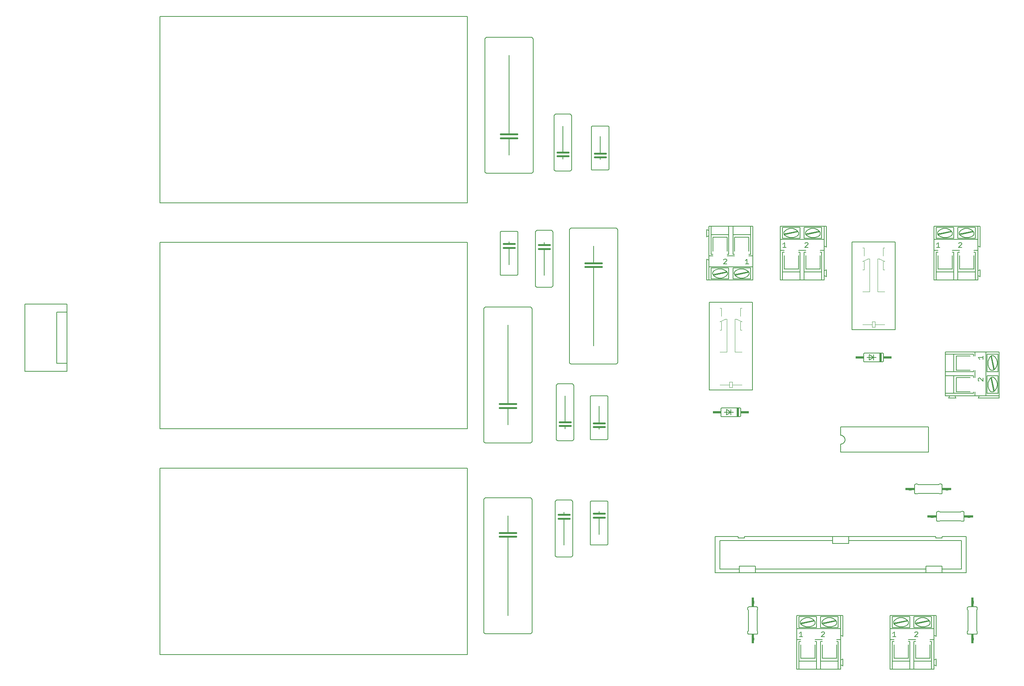
<source format=gto>
G75*
%MOIN*%
%OFA0B0*%
%FSLAX25Y25*%
%IPPOS*%
%LPD*%
%AMOC8*
5,1,8,0,0,1.08239X$1,22.5*
%
%ADD10C,0.00500*%
%ADD11C,0.00800*%
%ADD12C,0.00600*%
%ADD13C,0.01600*%
%ADD14C,0.02400*%
%ADD15R,0.03400X0.02400*%
%ADD16R,0.02400X0.03400*%
%ADD17C,0.00400*%
%ADD18R,0.02000X0.08000*%
%ADD19R,0.07500X0.02000*%
D10*
X0141800Y0015800D02*
X0141800Y0185800D01*
X0421800Y0185800D01*
X0421800Y0015800D01*
X0141800Y0015800D01*
X0141800Y0221800D02*
X0421800Y0221800D01*
X0421800Y0391800D01*
X0141800Y0391800D01*
X0141800Y0221800D01*
X0141800Y0427800D02*
X0141800Y0597800D01*
X0421800Y0597800D01*
X0421800Y0427800D01*
X0141800Y0427800D01*
X0655146Y0375803D02*
X0655897Y0376554D01*
X0657398Y0376554D01*
X0658149Y0375803D01*
X0658149Y0375053D01*
X0655146Y0372050D01*
X0658149Y0372050D01*
X0675146Y0372050D02*
X0678149Y0372050D01*
X0676647Y0372050D02*
X0676647Y0376554D01*
X0675146Y0375053D01*
X0709350Y0387050D02*
X0712353Y0387050D01*
X0710851Y0387050D02*
X0710851Y0391554D01*
X0709350Y0390053D01*
X0729350Y0390803D02*
X0730101Y0391554D01*
X0731602Y0391554D01*
X0732353Y0390803D01*
X0732353Y0390053D01*
X0729350Y0387050D01*
X0732353Y0387050D01*
X0849350Y0387050D02*
X0852353Y0387050D01*
X0850851Y0387050D02*
X0850851Y0391554D01*
X0849350Y0390053D01*
X0869350Y0390803D02*
X0870101Y0391554D01*
X0871602Y0391554D01*
X0872353Y0390803D01*
X0872353Y0390053D01*
X0869350Y0387050D01*
X0872353Y0387050D01*
X0891550Y0288149D02*
X0891550Y0285146D01*
X0891550Y0286647D02*
X0887046Y0286647D01*
X0888547Y0285146D01*
X0888547Y0268149D02*
X0887797Y0268149D01*
X0887046Y0267398D01*
X0887046Y0265897D01*
X0887797Y0265146D01*
X0888547Y0268149D02*
X0891550Y0265146D01*
X0891550Y0268149D01*
X0831602Y0036554D02*
X0830101Y0036554D01*
X0829350Y0035803D01*
X0831602Y0036554D02*
X0832353Y0035803D01*
X0832353Y0035053D01*
X0829350Y0032050D01*
X0832353Y0032050D01*
X0812353Y0032050D02*
X0809350Y0032050D01*
X0810851Y0032050D02*
X0810851Y0036554D01*
X0809350Y0035053D01*
X0747353Y0035053D02*
X0747353Y0035803D01*
X0746602Y0036554D01*
X0745101Y0036554D01*
X0744350Y0035803D01*
X0747353Y0035053D02*
X0744350Y0032050D01*
X0747353Y0032050D01*
X0727353Y0032050D02*
X0724350Y0032050D01*
X0725851Y0032050D02*
X0725851Y0036554D01*
X0724350Y0035053D01*
D11*
X0684213Y0090265D02*
X0669387Y0090265D01*
X0669387Y0096367D01*
X0684213Y0096367D01*
X0684213Y0090265D01*
X0839387Y0090265D01*
X0839387Y0096367D01*
X0854213Y0096367D01*
X0854213Y0090265D01*
X0839387Y0090265D01*
X0839379Y0093906D02*
X0684221Y0093906D01*
X0669359Y0093906D02*
X0651859Y0093906D01*
X0651859Y0119694D01*
X0754387Y0119694D01*
X0754387Y0117233D02*
X0769213Y0117233D01*
X0769213Y0123335D01*
X0848422Y0123335D01*
X0848422Y0122154D01*
X0854245Y0122154D01*
X0854245Y0123335D01*
X0876170Y0123335D01*
X0876170Y0090265D01*
X0854213Y0090265D01*
X0854241Y0093906D02*
X0871741Y0093906D01*
X0871741Y0119694D01*
X0769213Y0119694D01*
X0769213Y0123335D02*
X0754387Y0123335D01*
X0754387Y0117233D01*
X0754387Y0123335D02*
X0674245Y0123335D01*
X0674245Y0122154D01*
X0668422Y0122154D01*
X0668422Y0123335D01*
X0647430Y0123335D01*
X0647430Y0090265D01*
X0669387Y0090265D01*
X0057288Y0274209D02*
X0018804Y0274209D01*
X0018804Y0335292D01*
X0057288Y0335292D01*
X0057288Y0328206D01*
X0047741Y0328206D01*
X0047741Y0281296D01*
X0057288Y0281296D01*
X0057288Y0328206D01*
X0057288Y0281296D02*
X0057288Y0274209D01*
D12*
X0436800Y0330800D02*
X0436800Y0210800D01*
X0436802Y0210713D01*
X0436808Y0210626D01*
X0436817Y0210539D01*
X0436830Y0210453D01*
X0436847Y0210367D01*
X0436868Y0210282D01*
X0436893Y0210199D01*
X0436921Y0210116D01*
X0436952Y0210035D01*
X0436987Y0209955D01*
X0437026Y0209877D01*
X0437068Y0209800D01*
X0437113Y0209725D01*
X0437162Y0209653D01*
X0437213Y0209582D01*
X0437268Y0209514D01*
X0437325Y0209449D01*
X0437386Y0209386D01*
X0437449Y0209325D01*
X0437514Y0209268D01*
X0437582Y0209213D01*
X0437653Y0209162D01*
X0437725Y0209113D01*
X0437800Y0209068D01*
X0437877Y0209026D01*
X0437955Y0208987D01*
X0438035Y0208952D01*
X0438116Y0208921D01*
X0438199Y0208893D01*
X0438282Y0208868D01*
X0438367Y0208847D01*
X0438453Y0208830D01*
X0438539Y0208817D01*
X0438626Y0208808D01*
X0438713Y0208802D01*
X0438800Y0208800D01*
X0478800Y0208800D01*
X0478887Y0208802D01*
X0478974Y0208808D01*
X0479061Y0208817D01*
X0479147Y0208830D01*
X0479233Y0208847D01*
X0479318Y0208868D01*
X0479401Y0208893D01*
X0479484Y0208921D01*
X0479565Y0208952D01*
X0479645Y0208987D01*
X0479723Y0209026D01*
X0479800Y0209068D01*
X0479875Y0209113D01*
X0479947Y0209162D01*
X0480018Y0209213D01*
X0480086Y0209268D01*
X0480151Y0209325D01*
X0480214Y0209386D01*
X0480275Y0209449D01*
X0480332Y0209514D01*
X0480387Y0209582D01*
X0480438Y0209653D01*
X0480487Y0209725D01*
X0480532Y0209800D01*
X0480574Y0209877D01*
X0480613Y0209955D01*
X0480648Y0210035D01*
X0480679Y0210116D01*
X0480707Y0210199D01*
X0480732Y0210282D01*
X0480753Y0210367D01*
X0480770Y0210453D01*
X0480783Y0210539D01*
X0480792Y0210626D01*
X0480798Y0210713D01*
X0480800Y0210800D01*
X0480800Y0330800D01*
X0480798Y0330887D01*
X0480792Y0330974D01*
X0480783Y0331061D01*
X0480770Y0331147D01*
X0480753Y0331233D01*
X0480732Y0331318D01*
X0480707Y0331401D01*
X0480679Y0331484D01*
X0480648Y0331565D01*
X0480613Y0331645D01*
X0480574Y0331723D01*
X0480532Y0331800D01*
X0480487Y0331875D01*
X0480438Y0331947D01*
X0480387Y0332018D01*
X0480332Y0332086D01*
X0480275Y0332151D01*
X0480214Y0332214D01*
X0480151Y0332275D01*
X0480086Y0332332D01*
X0480018Y0332387D01*
X0479947Y0332438D01*
X0479875Y0332487D01*
X0479800Y0332532D01*
X0479723Y0332574D01*
X0479645Y0332613D01*
X0479565Y0332648D01*
X0479484Y0332679D01*
X0479401Y0332707D01*
X0479318Y0332732D01*
X0479233Y0332753D01*
X0479147Y0332770D01*
X0479061Y0332783D01*
X0478974Y0332792D01*
X0478887Y0332798D01*
X0478800Y0332800D01*
X0438800Y0332800D01*
X0438713Y0332798D01*
X0438626Y0332792D01*
X0438539Y0332783D01*
X0438453Y0332770D01*
X0438367Y0332753D01*
X0438282Y0332732D01*
X0438199Y0332707D01*
X0438116Y0332679D01*
X0438035Y0332648D01*
X0437955Y0332613D01*
X0437877Y0332574D01*
X0437800Y0332532D01*
X0437725Y0332487D01*
X0437653Y0332438D01*
X0437582Y0332387D01*
X0437514Y0332332D01*
X0437449Y0332275D01*
X0437386Y0332214D01*
X0437325Y0332151D01*
X0437268Y0332086D01*
X0437213Y0332018D01*
X0437162Y0331947D01*
X0437113Y0331875D01*
X0437068Y0331800D01*
X0437026Y0331723D01*
X0436987Y0331645D01*
X0436952Y0331565D01*
X0436921Y0331484D01*
X0436893Y0331401D01*
X0436868Y0331318D01*
X0436847Y0331233D01*
X0436830Y0331147D01*
X0436817Y0331061D01*
X0436808Y0330974D01*
X0436802Y0330887D01*
X0436800Y0330800D01*
X0458800Y0316300D02*
X0458800Y0244300D01*
X0458800Y0240800D02*
X0458800Y0225300D01*
X0502800Y0212800D02*
X0502800Y0260800D01*
X0502802Y0260887D01*
X0502808Y0260974D01*
X0502817Y0261061D01*
X0502830Y0261147D01*
X0502847Y0261233D01*
X0502868Y0261318D01*
X0502893Y0261401D01*
X0502921Y0261484D01*
X0502952Y0261565D01*
X0502987Y0261645D01*
X0503026Y0261723D01*
X0503068Y0261800D01*
X0503113Y0261875D01*
X0503162Y0261947D01*
X0503213Y0262018D01*
X0503268Y0262086D01*
X0503325Y0262151D01*
X0503386Y0262214D01*
X0503449Y0262275D01*
X0503514Y0262332D01*
X0503582Y0262387D01*
X0503653Y0262438D01*
X0503725Y0262487D01*
X0503800Y0262532D01*
X0503877Y0262574D01*
X0503955Y0262613D01*
X0504035Y0262648D01*
X0504116Y0262679D01*
X0504199Y0262707D01*
X0504282Y0262732D01*
X0504367Y0262753D01*
X0504453Y0262770D01*
X0504539Y0262783D01*
X0504626Y0262792D01*
X0504713Y0262798D01*
X0504800Y0262800D01*
X0516800Y0262800D01*
X0516887Y0262798D01*
X0516974Y0262792D01*
X0517061Y0262783D01*
X0517147Y0262770D01*
X0517233Y0262753D01*
X0517318Y0262732D01*
X0517401Y0262707D01*
X0517484Y0262679D01*
X0517565Y0262648D01*
X0517645Y0262613D01*
X0517723Y0262574D01*
X0517800Y0262532D01*
X0517875Y0262487D01*
X0517947Y0262438D01*
X0518018Y0262387D01*
X0518086Y0262332D01*
X0518151Y0262275D01*
X0518214Y0262214D01*
X0518275Y0262151D01*
X0518332Y0262086D01*
X0518387Y0262018D01*
X0518438Y0261947D01*
X0518487Y0261875D01*
X0518532Y0261800D01*
X0518574Y0261723D01*
X0518613Y0261645D01*
X0518648Y0261565D01*
X0518679Y0261484D01*
X0518707Y0261401D01*
X0518732Y0261318D01*
X0518753Y0261233D01*
X0518770Y0261147D01*
X0518783Y0261061D01*
X0518792Y0260974D01*
X0518798Y0260887D01*
X0518800Y0260800D01*
X0518800Y0212800D01*
X0518798Y0212713D01*
X0518792Y0212626D01*
X0518783Y0212539D01*
X0518770Y0212453D01*
X0518753Y0212367D01*
X0518732Y0212282D01*
X0518707Y0212199D01*
X0518679Y0212116D01*
X0518648Y0212035D01*
X0518613Y0211955D01*
X0518574Y0211877D01*
X0518532Y0211800D01*
X0518487Y0211725D01*
X0518438Y0211653D01*
X0518387Y0211582D01*
X0518332Y0211514D01*
X0518275Y0211449D01*
X0518214Y0211386D01*
X0518151Y0211325D01*
X0518086Y0211268D01*
X0518018Y0211213D01*
X0517947Y0211162D01*
X0517875Y0211113D01*
X0517800Y0211068D01*
X0517723Y0211026D01*
X0517645Y0210987D01*
X0517565Y0210952D01*
X0517484Y0210921D01*
X0517401Y0210893D01*
X0517318Y0210868D01*
X0517233Y0210847D01*
X0517147Y0210830D01*
X0517061Y0210817D01*
X0516974Y0210808D01*
X0516887Y0210802D01*
X0516800Y0210800D01*
X0504800Y0210800D01*
X0504713Y0210802D01*
X0504626Y0210808D01*
X0504539Y0210817D01*
X0504453Y0210830D01*
X0504367Y0210847D01*
X0504282Y0210868D01*
X0504199Y0210893D01*
X0504116Y0210921D01*
X0504035Y0210952D01*
X0503955Y0210987D01*
X0503877Y0211026D01*
X0503800Y0211068D01*
X0503725Y0211113D01*
X0503653Y0211162D01*
X0503582Y0211213D01*
X0503514Y0211268D01*
X0503449Y0211325D01*
X0503386Y0211386D01*
X0503325Y0211449D01*
X0503268Y0211514D01*
X0503213Y0211582D01*
X0503162Y0211653D01*
X0503113Y0211725D01*
X0503068Y0211800D01*
X0503026Y0211877D01*
X0502987Y0211955D01*
X0502952Y0212035D01*
X0502921Y0212116D01*
X0502893Y0212199D01*
X0502868Y0212282D01*
X0502847Y0212367D01*
X0502830Y0212453D01*
X0502817Y0212539D01*
X0502808Y0212626D01*
X0502802Y0212713D01*
X0502800Y0212800D01*
X0510800Y0221800D02*
X0510800Y0224300D01*
X0510800Y0227800D02*
X0510800Y0251800D01*
X0533800Y0250800D02*
X0533800Y0212800D01*
X0533802Y0212740D01*
X0533807Y0212679D01*
X0533816Y0212620D01*
X0533829Y0212561D01*
X0533845Y0212502D01*
X0533865Y0212445D01*
X0533888Y0212390D01*
X0533915Y0212335D01*
X0533944Y0212283D01*
X0533977Y0212232D01*
X0534013Y0212183D01*
X0534051Y0212137D01*
X0534093Y0212093D01*
X0534137Y0212051D01*
X0534183Y0212013D01*
X0534232Y0211977D01*
X0534283Y0211944D01*
X0534335Y0211915D01*
X0534390Y0211888D01*
X0534445Y0211865D01*
X0534502Y0211845D01*
X0534561Y0211829D01*
X0534620Y0211816D01*
X0534679Y0211807D01*
X0534740Y0211802D01*
X0534800Y0211800D01*
X0548800Y0211800D01*
X0548860Y0211802D01*
X0548921Y0211807D01*
X0548980Y0211816D01*
X0549039Y0211829D01*
X0549098Y0211845D01*
X0549155Y0211865D01*
X0549210Y0211888D01*
X0549265Y0211915D01*
X0549317Y0211944D01*
X0549368Y0211977D01*
X0549417Y0212013D01*
X0549463Y0212051D01*
X0549507Y0212093D01*
X0549549Y0212137D01*
X0549587Y0212183D01*
X0549623Y0212232D01*
X0549656Y0212283D01*
X0549685Y0212335D01*
X0549712Y0212390D01*
X0549735Y0212445D01*
X0549755Y0212502D01*
X0549771Y0212561D01*
X0549784Y0212620D01*
X0549793Y0212679D01*
X0549798Y0212740D01*
X0549800Y0212800D01*
X0549800Y0250800D01*
X0549798Y0250860D01*
X0549793Y0250921D01*
X0549784Y0250980D01*
X0549771Y0251039D01*
X0549755Y0251098D01*
X0549735Y0251155D01*
X0549712Y0251210D01*
X0549685Y0251265D01*
X0549656Y0251317D01*
X0549623Y0251368D01*
X0549587Y0251417D01*
X0549549Y0251463D01*
X0549507Y0251507D01*
X0549463Y0251549D01*
X0549417Y0251587D01*
X0549368Y0251623D01*
X0549317Y0251656D01*
X0549265Y0251685D01*
X0549210Y0251712D01*
X0549155Y0251735D01*
X0549098Y0251755D01*
X0549039Y0251771D01*
X0548980Y0251784D01*
X0548921Y0251793D01*
X0548860Y0251798D01*
X0548800Y0251800D01*
X0534800Y0251800D01*
X0534740Y0251798D01*
X0534679Y0251793D01*
X0534620Y0251784D01*
X0534561Y0251771D01*
X0534502Y0251755D01*
X0534445Y0251735D01*
X0534390Y0251712D01*
X0534335Y0251685D01*
X0534283Y0251656D01*
X0534232Y0251623D01*
X0534183Y0251587D01*
X0534137Y0251549D01*
X0534093Y0251507D01*
X0534051Y0251463D01*
X0534013Y0251417D01*
X0533977Y0251368D01*
X0533944Y0251317D01*
X0533915Y0251265D01*
X0533888Y0251210D01*
X0533865Y0251155D01*
X0533845Y0251098D01*
X0533829Y0251039D01*
X0533816Y0250980D01*
X0533807Y0250921D01*
X0533802Y0250860D01*
X0533800Y0250800D01*
X0541800Y0242300D02*
X0541800Y0226800D01*
X0541800Y0223300D02*
X0541800Y0221300D01*
X0556800Y0280800D02*
X0516800Y0280800D01*
X0516713Y0280802D01*
X0516626Y0280808D01*
X0516539Y0280817D01*
X0516453Y0280830D01*
X0516367Y0280847D01*
X0516282Y0280868D01*
X0516199Y0280893D01*
X0516116Y0280921D01*
X0516035Y0280952D01*
X0515955Y0280987D01*
X0515877Y0281026D01*
X0515800Y0281068D01*
X0515725Y0281113D01*
X0515653Y0281162D01*
X0515582Y0281213D01*
X0515514Y0281268D01*
X0515449Y0281325D01*
X0515386Y0281386D01*
X0515325Y0281449D01*
X0515268Y0281514D01*
X0515213Y0281582D01*
X0515162Y0281653D01*
X0515113Y0281725D01*
X0515068Y0281800D01*
X0515026Y0281877D01*
X0514987Y0281955D01*
X0514952Y0282035D01*
X0514921Y0282116D01*
X0514893Y0282199D01*
X0514868Y0282282D01*
X0514847Y0282367D01*
X0514830Y0282453D01*
X0514817Y0282539D01*
X0514808Y0282626D01*
X0514802Y0282713D01*
X0514800Y0282800D01*
X0514800Y0402800D01*
X0514802Y0402887D01*
X0514808Y0402974D01*
X0514817Y0403061D01*
X0514830Y0403147D01*
X0514847Y0403233D01*
X0514868Y0403318D01*
X0514893Y0403401D01*
X0514921Y0403484D01*
X0514952Y0403565D01*
X0514987Y0403645D01*
X0515026Y0403723D01*
X0515068Y0403800D01*
X0515113Y0403875D01*
X0515162Y0403947D01*
X0515213Y0404018D01*
X0515268Y0404086D01*
X0515325Y0404151D01*
X0515386Y0404214D01*
X0515449Y0404275D01*
X0515514Y0404332D01*
X0515582Y0404387D01*
X0515653Y0404438D01*
X0515725Y0404487D01*
X0515800Y0404532D01*
X0515877Y0404574D01*
X0515955Y0404613D01*
X0516035Y0404648D01*
X0516116Y0404679D01*
X0516199Y0404707D01*
X0516282Y0404732D01*
X0516367Y0404753D01*
X0516453Y0404770D01*
X0516539Y0404783D01*
X0516626Y0404792D01*
X0516713Y0404798D01*
X0516800Y0404800D01*
X0556800Y0404800D01*
X0556887Y0404798D01*
X0556974Y0404792D01*
X0557061Y0404783D01*
X0557147Y0404770D01*
X0557233Y0404753D01*
X0557318Y0404732D01*
X0557401Y0404707D01*
X0557484Y0404679D01*
X0557565Y0404648D01*
X0557645Y0404613D01*
X0557723Y0404574D01*
X0557800Y0404532D01*
X0557875Y0404487D01*
X0557947Y0404438D01*
X0558018Y0404387D01*
X0558086Y0404332D01*
X0558151Y0404275D01*
X0558214Y0404214D01*
X0558275Y0404151D01*
X0558332Y0404086D01*
X0558387Y0404018D01*
X0558438Y0403947D01*
X0558487Y0403875D01*
X0558532Y0403800D01*
X0558574Y0403723D01*
X0558613Y0403645D01*
X0558648Y0403565D01*
X0558679Y0403484D01*
X0558707Y0403401D01*
X0558732Y0403318D01*
X0558753Y0403233D01*
X0558770Y0403147D01*
X0558783Y0403061D01*
X0558792Y0402974D01*
X0558798Y0402887D01*
X0558800Y0402800D01*
X0558800Y0282800D01*
X0558798Y0282713D01*
X0558792Y0282626D01*
X0558783Y0282539D01*
X0558770Y0282453D01*
X0558753Y0282367D01*
X0558732Y0282282D01*
X0558707Y0282199D01*
X0558679Y0282116D01*
X0558648Y0282035D01*
X0558613Y0281955D01*
X0558574Y0281877D01*
X0558532Y0281800D01*
X0558487Y0281725D01*
X0558438Y0281653D01*
X0558387Y0281582D01*
X0558332Y0281514D01*
X0558275Y0281449D01*
X0558214Y0281386D01*
X0558151Y0281325D01*
X0558086Y0281268D01*
X0558018Y0281213D01*
X0557947Y0281162D01*
X0557875Y0281113D01*
X0557800Y0281068D01*
X0557723Y0281026D01*
X0557645Y0280987D01*
X0557565Y0280952D01*
X0557484Y0280921D01*
X0557401Y0280893D01*
X0557318Y0280868D01*
X0557233Y0280847D01*
X0557147Y0280830D01*
X0557061Y0280817D01*
X0556974Y0280808D01*
X0556887Y0280802D01*
X0556800Y0280800D01*
X0536800Y0297300D02*
X0536800Y0369300D01*
X0536800Y0372800D02*
X0536800Y0388300D01*
X0499800Y0400800D02*
X0499800Y0352800D01*
X0499798Y0352713D01*
X0499792Y0352626D01*
X0499783Y0352539D01*
X0499770Y0352453D01*
X0499753Y0352367D01*
X0499732Y0352282D01*
X0499707Y0352199D01*
X0499679Y0352116D01*
X0499648Y0352035D01*
X0499613Y0351955D01*
X0499574Y0351877D01*
X0499532Y0351800D01*
X0499487Y0351725D01*
X0499438Y0351653D01*
X0499387Y0351582D01*
X0499332Y0351514D01*
X0499275Y0351449D01*
X0499214Y0351386D01*
X0499151Y0351325D01*
X0499086Y0351268D01*
X0499018Y0351213D01*
X0498947Y0351162D01*
X0498875Y0351113D01*
X0498800Y0351068D01*
X0498723Y0351026D01*
X0498645Y0350987D01*
X0498565Y0350952D01*
X0498484Y0350921D01*
X0498401Y0350893D01*
X0498318Y0350868D01*
X0498233Y0350847D01*
X0498147Y0350830D01*
X0498061Y0350817D01*
X0497974Y0350808D01*
X0497887Y0350802D01*
X0497800Y0350800D01*
X0485800Y0350800D01*
X0485713Y0350802D01*
X0485626Y0350808D01*
X0485539Y0350817D01*
X0485453Y0350830D01*
X0485367Y0350847D01*
X0485282Y0350868D01*
X0485199Y0350893D01*
X0485116Y0350921D01*
X0485035Y0350952D01*
X0484955Y0350987D01*
X0484877Y0351026D01*
X0484800Y0351068D01*
X0484725Y0351113D01*
X0484653Y0351162D01*
X0484582Y0351213D01*
X0484514Y0351268D01*
X0484449Y0351325D01*
X0484386Y0351386D01*
X0484325Y0351449D01*
X0484268Y0351514D01*
X0484213Y0351582D01*
X0484162Y0351653D01*
X0484113Y0351725D01*
X0484068Y0351800D01*
X0484026Y0351877D01*
X0483987Y0351955D01*
X0483952Y0352035D01*
X0483921Y0352116D01*
X0483893Y0352199D01*
X0483868Y0352282D01*
X0483847Y0352367D01*
X0483830Y0352453D01*
X0483817Y0352539D01*
X0483808Y0352626D01*
X0483802Y0352713D01*
X0483800Y0352800D01*
X0483800Y0400800D01*
X0483802Y0400887D01*
X0483808Y0400974D01*
X0483817Y0401061D01*
X0483830Y0401147D01*
X0483847Y0401233D01*
X0483868Y0401318D01*
X0483893Y0401401D01*
X0483921Y0401484D01*
X0483952Y0401565D01*
X0483987Y0401645D01*
X0484026Y0401723D01*
X0484068Y0401800D01*
X0484113Y0401875D01*
X0484162Y0401947D01*
X0484213Y0402018D01*
X0484268Y0402086D01*
X0484325Y0402151D01*
X0484386Y0402214D01*
X0484449Y0402275D01*
X0484514Y0402332D01*
X0484582Y0402387D01*
X0484653Y0402438D01*
X0484725Y0402487D01*
X0484800Y0402532D01*
X0484877Y0402574D01*
X0484955Y0402613D01*
X0485035Y0402648D01*
X0485116Y0402679D01*
X0485199Y0402707D01*
X0485282Y0402732D01*
X0485367Y0402753D01*
X0485453Y0402770D01*
X0485539Y0402783D01*
X0485626Y0402792D01*
X0485713Y0402798D01*
X0485800Y0402800D01*
X0497800Y0402800D01*
X0497887Y0402798D01*
X0497974Y0402792D01*
X0498061Y0402783D01*
X0498147Y0402770D01*
X0498233Y0402753D01*
X0498318Y0402732D01*
X0498401Y0402707D01*
X0498484Y0402679D01*
X0498565Y0402648D01*
X0498645Y0402613D01*
X0498723Y0402574D01*
X0498800Y0402532D01*
X0498875Y0402487D01*
X0498947Y0402438D01*
X0499018Y0402387D01*
X0499086Y0402332D01*
X0499151Y0402275D01*
X0499214Y0402214D01*
X0499275Y0402151D01*
X0499332Y0402086D01*
X0499387Y0402018D01*
X0499438Y0401947D01*
X0499487Y0401875D01*
X0499532Y0401800D01*
X0499574Y0401723D01*
X0499613Y0401645D01*
X0499648Y0401565D01*
X0499679Y0401484D01*
X0499707Y0401401D01*
X0499732Y0401318D01*
X0499753Y0401233D01*
X0499770Y0401147D01*
X0499783Y0401061D01*
X0499792Y0400974D01*
X0499798Y0400887D01*
X0499800Y0400800D01*
X0491800Y0391800D02*
X0491800Y0389300D01*
X0491800Y0385800D02*
X0491800Y0361800D01*
X0467800Y0362800D02*
X0467800Y0400800D01*
X0467798Y0400860D01*
X0467793Y0400921D01*
X0467784Y0400980D01*
X0467771Y0401039D01*
X0467755Y0401098D01*
X0467735Y0401155D01*
X0467712Y0401210D01*
X0467685Y0401265D01*
X0467656Y0401317D01*
X0467623Y0401368D01*
X0467587Y0401417D01*
X0467549Y0401463D01*
X0467507Y0401507D01*
X0467463Y0401549D01*
X0467417Y0401587D01*
X0467368Y0401623D01*
X0467317Y0401656D01*
X0467265Y0401685D01*
X0467210Y0401712D01*
X0467155Y0401735D01*
X0467098Y0401755D01*
X0467039Y0401771D01*
X0466980Y0401784D01*
X0466921Y0401793D01*
X0466860Y0401798D01*
X0466800Y0401800D01*
X0452800Y0401800D01*
X0452740Y0401798D01*
X0452679Y0401793D01*
X0452620Y0401784D01*
X0452561Y0401771D01*
X0452502Y0401755D01*
X0452445Y0401735D01*
X0452390Y0401712D01*
X0452335Y0401685D01*
X0452283Y0401656D01*
X0452232Y0401623D01*
X0452183Y0401587D01*
X0452137Y0401549D01*
X0452093Y0401507D01*
X0452051Y0401463D01*
X0452013Y0401417D01*
X0451977Y0401368D01*
X0451944Y0401317D01*
X0451915Y0401265D01*
X0451888Y0401210D01*
X0451865Y0401155D01*
X0451845Y0401098D01*
X0451829Y0401039D01*
X0451816Y0400980D01*
X0451807Y0400921D01*
X0451802Y0400860D01*
X0451800Y0400800D01*
X0451800Y0362800D01*
X0451802Y0362740D01*
X0451807Y0362679D01*
X0451816Y0362620D01*
X0451829Y0362561D01*
X0451845Y0362502D01*
X0451865Y0362445D01*
X0451888Y0362390D01*
X0451915Y0362335D01*
X0451944Y0362283D01*
X0451977Y0362232D01*
X0452013Y0362183D01*
X0452051Y0362137D01*
X0452093Y0362093D01*
X0452137Y0362051D01*
X0452183Y0362013D01*
X0452232Y0361977D01*
X0452283Y0361944D01*
X0452335Y0361915D01*
X0452390Y0361888D01*
X0452445Y0361865D01*
X0452502Y0361845D01*
X0452561Y0361829D01*
X0452620Y0361816D01*
X0452679Y0361807D01*
X0452740Y0361802D01*
X0452800Y0361800D01*
X0466800Y0361800D01*
X0466860Y0361802D01*
X0466921Y0361807D01*
X0466980Y0361816D01*
X0467039Y0361829D01*
X0467098Y0361845D01*
X0467155Y0361865D01*
X0467210Y0361888D01*
X0467265Y0361915D01*
X0467317Y0361944D01*
X0467368Y0361977D01*
X0467417Y0362013D01*
X0467463Y0362051D01*
X0467507Y0362093D01*
X0467549Y0362137D01*
X0467587Y0362183D01*
X0467623Y0362232D01*
X0467656Y0362283D01*
X0467685Y0362335D01*
X0467712Y0362390D01*
X0467735Y0362445D01*
X0467755Y0362502D01*
X0467771Y0362561D01*
X0467784Y0362620D01*
X0467793Y0362679D01*
X0467798Y0362740D01*
X0467800Y0362800D01*
X0459800Y0371300D02*
X0459800Y0386800D01*
X0459800Y0390300D02*
X0459800Y0392300D01*
X0479800Y0454800D02*
X0439800Y0454800D01*
X0439713Y0454802D01*
X0439626Y0454808D01*
X0439539Y0454817D01*
X0439453Y0454830D01*
X0439367Y0454847D01*
X0439282Y0454868D01*
X0439199Y0454893D01*
X0439116Y0454921D01*
X0439035Y0454952D01*
X0438955Y0454987D01*
X0438877Y0455026D01*
X0438800Y0455068D01*
X0438725Y0455113D01*
X0438653Y0455162D01*
X0438582Y0455213D01*
X0438514Y0455268D01*
X0438449Y0455325D01*
X0438386Y0455386D01*
X0438325Y0455449D01*
X0438268Y0455514D01*
X0438213Y0455582D01*
X0438162Y0455653D01*
X0438113Y0455725D01*
X0438068Y0455800D01*
X0438026Y0455877D01*
X0437987Y0455955D01*
X0437952Y0456035D01*
X0437921Y0456116D01*
X0437893Y0456199D01*
X0437868Y0456282D01*
X0437847Y0456367D01*
X0437830Y0456453D01*
X0437817Y0456539D01*
X0437808Y0456626D01*
X0437802Y0456713D01*
X0437800Y0456800D01*
X0437800Y0576800D01*
X0437802Y0576887D01*
X0437808Y0576974D01*
X0437817Y0577061D01*
X0437830Y0577147D01*
X0437847Y0577233D01*
X0437868Y0577318D01*
X0437893Y0577401D01*
X0437921Y0577484D01*
X0437952Y0577565D01*
X0437987Y0577645D01*
X0438026Y0577723D01*
X0438068Y0577800D01*
X0438113Y0577875D01*
X0438162Y0577947D01*
X0438213Y0578018D01*
X0438268Y0578086D01*
X0438325Y0578151D01*
X0438386Y0578214D01*
X0438449Y0578275D01*
X0438514Y0578332D01*
X0438582Y0578387D01*
X0438653Y0578438D01*
X0438725Y0578487D01*
X0438800Y0578532D01*
X0438877Y0578574D01*
X0438955Y0578613D01*
X0439035Y0578648D01*
X0439116Y0578679D01*
X0439199Y0578707D01*
X0439282Y0578732D01*
X0439367Y0578753D01*
X0439453Y0578770D01*
X0439539Y0578783D01*
X0439626Y0578792D01*
X0439713Y0578798D01*
X0439800Y0578800D01*
X0479800Y0578800D01*
X0479887Y0578798D01*
X0479974Y0578792D01*
X0480061Y0578783D01*
X0480147Y0578770D01*
X0480233Y0578753D01*
X0480318Y0578732D01*
X0480401Y0578707D01*
X0480484Y0578679D01*
X0480565Y0578648D01*
X0480645Y0578613D01*
X0480723Y0578574D01*
X0480800Y0578532D01*
X0480875Y0578487D01*
X0480947Y0578438D01*
X0481018Y0578387D01*
X0481086Y0578332D01*
X0481151Y0578275D01*
X0481214Y0578214D01*
X0481275Y0578151D01*
X0481332Y0578086D01*
X0481387Y0578018D01*
X0481438Y0577947D01*
X0481487Y0577875D01*
X0481532Y0577800D01*
X0481574Y0577723D01*
X0481613Y0577645D01*
X0481648Y0577565D01*
X0481679Y0577484D01*
X0481707Y0577401D01*
X0481732Y0577318D01*
X0481753Y0577233D01*
X0481770Y0577147D01*
X0481783Y0577061D01*
X0481792Y0576974D01*
X0481798Y0576887D01*
X0481800Y0576800D01*
X0481800Y0456800D01*
X0481798Y0456713D01*
X0481792Y0456626D01*
X0481783Y0456539D01*
X0481770Y0456453D01*
X0481753Y0456367D01*
X0481732Y0456282D01*
X0481707Y0456199D01*
X0481679Y0456116D01*
X0481648Y0456035D01*
X0481613Y0455955D01*
X0481574Y0455877D01*
X0481532Y0455800D01*
X0481487Y0455725D01*
X0481438Y0455653D01*
X0481387Y0455582D01*
X0481332Y0455514D01*
X0481275Y0455449D01*
X0481214Y0455386D01*
X0481151Y0455325D01*
X0481086Y0455268D01*
X0481018Y0455213D01*
X0480947Y0455162D01*
X0480875Y0455113D01*
X0480800Y0455068D01*
X0480723Y0455026D01*
X0480645Y0454987D01*
X0480565Y0454952D01*
X0480484Y0454921D01*
X0480401Y0454893D01*
X0480318Y0454868D01*
X0480233Y0454847D01*
X0480147Y0454830D01*
X0480061Y0454817D01*
X0479974Y0454808D01*
X0479887Y0454802D01*
X0479800Y0454800D01*
X0500800Y0458800D02*
X0500800Y0506800D01*
X0500802Y0506887D01*
X0500808Y0506974D01*
X0500817Y0507061D01*
X0500830Y0507147D01*
X0500847Y0507233D01*
X0500868Y0507318D01*
X0500893Y0507401D01*
X0500921Y0507484D01*
X0500952Y0507565D01*
X0500987Y0507645D01*
X0501026Y0507723D01*
X0501068Y0507800D01*
X0501113Y0507875D01*
X0501162Y0507947D01*
X0501213Y0508018D01*
X0501268Y0508086D01*
X0501325Y0508151D01*
X0501386Y0508214D01*
X0501449Y0508275D01*
X0501514Y0508332D01*
X0501582Y0508387D01*
X0501653Y0508438D01*
X0501725Y0508487D01*
X0501800Y0508532D01*
X0501877Y0508574D01*
X0501955Y0508613D01*
X0502035Y0508648D01*
X0502116Y0508679D01*
X0502199Y0508707D01*
X0502282Y0508732D01*
X0502367Y0508753D01*
X0502453Y0508770D01*
X0502539Y0508783D01*
X0502626Y0508792D01*
X0502713Y0508798D01*
X0502800Y0508800D01*
X0514800Y0508800D01*
X0514887Y0508798D01*
X0514974Y0508792D01*
X0515061Y0508783D01*
X0515147Y0508770D01*
X0515233Y0508753D01*
X0515318Y0508732D01*
X0515401Y0508707D01*
X0515484Y0508679D01*
X0515565Y0508648D01*
X0515645Y0508613D01*
X0515723Y0508574D01*
X0515800Y0508532D01*
X0515875Y0508487D01*
X0515947Y0508438D01*
X0516018Y0508387D01*
X0516086Y0508332D01*
X0516151Y0508275D01*
X0516214Y0508214D01*
X0516275Y0508151D01*
X0516332Y0508086D01*
X0516387Y0508018D01*
X0516438Y0507947D01*
X0516487Y0507875D01*
X0516532Y0507800D01*
X0516574Y0507723D01*
X0516613Y0507645D01*
X0516648Y0507565D01*
X0516679Y0507484D01*
X0516707Y0507401D01*
X0516732Y0507318D01*
X0516753Y0507233D01*
X0516770Y0507147D01*
X0516783Y0507061D01*
X0516792Y0506974D01*
X0516798Y0506887D01*
X0516800Y0506800D01*
X0516800Y0458800D01*
X0516798Y0458713D01*
X0516792Y0458626D01*
X0516783Y0458539D01*
X0516770Y0458453D01*
X0516753Y0458367D01*
X0516732Y0458282D01*
X0516707Y0458199D01*
X0516679Y0458116D01*
X0516648Y0458035D01*
X0516613Y0457955D01*
X0516574Y0457877D01*
X0516532Y0457800D01*
X0516487Y0457725D01*
X0516438Y0457653D01*
X0516387Y0457582D01*
X0516332Y0457514D01*
X0516275Y0457449D01*
X0516214Y0457386D01*
X0516151Y0457325D01*
X0516086Y0457268D01*
X0516018Y0457213D01*
X0515947Y0457162D01*
X0515875Y0457113D01*
X0515800Y0457068D01*
X0515723Y0457026D01*
X0515645Y0456987D01*
X0515565Y0456952D01*
X0515484Y0456921D01*
X0515401Y0456893D01*
X0515318Y0456868D01*
X0515233Y0456847D01*
X0515147Y0456830D01*
X0515061Y0456817D01*
X0514974Y0456808D01*
X0514887Y0456802D01*
X0514800Y0456800D01*
X0502800Y0456800D01*
X0502713Y0456802D01*
X0502626Y0456808D01*
X0502539Y0456817D01*
X0502453Y0456830D01*
X0502367Y0456847D01*
X0502282Y0456868D01*
X0502199Y0456893D01*
X0502116Y0456921D01*
X0502035Y0456952D01*
X0501955Y0456987D01*
X0501877Y0457026D01*
X0501800Y0457068D01*
X0501725Y0457113D01*
X0501653Y0457162D01*
X0501582Y0457213D01*
X0501514Y0457268D01*
X0501449Y0457325D01*
X0501386Y0457386D01*
X0501325Y0457449D01*
X0501268Y0457514D01*
X0501213Y0457582D01*
X0501162Y0457653D01*
X0501113Y0457725D01*
X0501068Y0457800D01*
X0501026Y0457877D01*
X0500987Y0457955D01*
X0500952Y0458035D01*
X0500921Y0458116D01*
X0500893Y0458199D01*
X0500868Y0458282D01*
X0500847Y0458367D01*
X0500830Y0458453D01*
X0500817Y0458539D01*
X0500808Y0458626D01*
X0500802Y0458713D01*
X0500800Y0458800D01*
X0508800Y0467800D02*
X0508800Y0470300D01*
X0508800Y0473800D02*
X0508800Y0497800D01*
X0534800Y0496800D02*
X0534800Y0458800D01*
X0534802Y0458740D01*
X0534807Y0458679D01*
X0534816Y0458620D01*
X0534829Y0458561D01*
X0534845Y0458502D01*
X0534865Y0458445D01*
X0534888Y0458390D01*
X0534915Y0458335D01*
X0534944Y0458283D01*
X0534977Y0458232D01*
X0535013Y0458183D01*
X0535051Y0458137D01*
X0535093Y0458093D01*
X0535137Y0458051D01*
X0535183Y0458013D01*
X0535232Y0457977D01*
X0535283Y0457944D01*
X0535335Y0457915D01*
X0535390Y0457888D01*
X0535445Y0457865D01*
X0535502Y0457845D01*
X0535561Y0457829D01*
X0535620Y0457816D01*
X0535679Y0457807D01*
X0535740Y0457802D01*
X0535800Y0457800D01*
X0549800Y0457800D01*
X0549860Y0457802D01*
X0549921Y0457807D01*
X0549980Y0457816D01*
X0550039Y0457829D01*
X0550098Y0457845D01*
X0550155Y0457865D01*
X0550210Y0457888D01*
X0550265Y0457915D01*
X0550317Y0457944D01*
X0550368Y0457977D01*
X0550417Y0458013D01*
X0550463Y0458051D01*
X0550507Y0458093D01*
X0550549Y0458137D01*
X0550587Y0458183D01*
X0550623Y0458232D01*
X0550656Y0458283D01*
X0550685Y0458335D01*
X0550712Y0458390D01*
X0550735Y0458445D01*
X0550755Y0458502D01*
X0550771Y0458561D01*
X0550784Y0458620D01*
X0550793Y0458679D01*
X0550798Y0458740D01*
X0550800Y0458800D01*
X0550800Y0496800D01*
X0550798Y0496860D01*
X0550793Y0496921D01*
X0550784Y0496980D01*
X0550771Y0497039D01*
X0550755Y0497098D01*
X0550735Y0497155D01*
X0550712Y0497210D01*
X0550685Y0497265D01*
X0550656Y0497317D01*
X0550623Y0497368D01*
X0550587Y0497417D01*
X0550549Y0497463D01*
X0550507Y0497507D01*
X0550463Y0497549D01*
X0550417Y0497587D01*
X0550368Y0497623D01*
X0550317Y0497656D01*
X0550265Y0497685D01*
X0550210Y0497712D01*
X0550155Y0497735D01*
X0550098Y0497755D01*
X0550039Y0497771D01*
X0549980Y0497784D01*
X0549921Y0497793D01*
X0549860Y0497798D01*
X0549800Y0497800D01*
X0535800Y0497800D01*
X0535740Y0497798D01*
X0535679Y0497793D01*
X0535620Y0497784D01*
X0535561Y0497771D01*
X0535502Y0497755D01*
X0535445Y0497735D01*
X0535390Y0497712D01*
X0535335Y0497685D01*
X0535283Y0497656D01*
X0535232Y0497623D01*
X0535183Y0497587D01*
X0535137Y0497549D01*
X0535093Y0497507D01*
X0535051Y0497463D01*
X0535013Y0497417D01*
X0534977Y0497368D01*
X0534944Y0497317D01*
X0534915Y0497265D01*
X0534888Y0497210D01*
X0534865Y0497155D01*
X0534845Y0497098D01*
X0534829Y0497039D01*
X0534816Y0496980D01*
X0534807Y0496921D01*
X0534802Y0496860D01*
X0534800Y0496800D01*
X0542800Y0488300D02*
X0542800Y0472800D01*
X0542800Y0469300D02*
X0542800Y0467300D01*
X0459800Y0471300D02*
X0459800Y0486800D01*
X0459800Y0490300D02*
X0459800Y0562300D01*
X0641800Y0406300D02*
X0644000Y0406300D01*
X0644000Y0398800D01*
X0660000Y0398800D01*
X0660000Y0380800D01*
X0658500Y0380800D01*
X0658500Y0379300D02*
X0665200Y0379300D01*
X0665200Y0380800D02*
X0663700Y0380800D01*
X0663700Y0398800D01*
X0679700Y0398800D01*
X0679700Y0406300D01*
X0663700Y0406300D01*
X0660000Y0406300D01*
X0644000Y0406300D01*
X0641800Y0406300D02*
X0641800Y0402300D01*
X0641800Y0397800D01*
X0641800Y0379300D01*
X0645500Y0379300D01*
X0645500Y0380800D02*
X0644000Y0380800D01*
X0644000Y0398800D01*
X0641800Y0397800D02*
X0639800Y0396800D01*
X0639800Y0403300D01*
X0641800Y0402300D01*
X0645500Y0396300D02*
X0658500Y0396300D01*
X0658500Y0383800D01*
X0665200Y0383800D02*
X0665200Y0396300D01*
X0678200Y0396300D01*
X0678200Y0383800D01*
X0678200Y0380800D02*
X0679700Y0380800D01*
X0679700Y0398800D01*
X0663700Y0398800D02*
X0663700Y0406300D01*
X0660000Y0406300D02*
X0660000Y0398800D01*
X0645500Y0396300D02*
X0645500Y0383800D01*
X0641800Y0379300D02*
X0641800Y0375300D01*
X0641800Y0369300D01*
X0681800Y0369300D01*
X0681800Y0357300D01*
X0641800Y0357300D01*
X0639800Y0357300D01*
X0639800Y0376300D01*
X0641800Y0375300D01*
X0641800Y0369300D02*
X0641800Y0357300D01*
X0644000Y0358300D02*
X0644000Y0368300D01*
X0660000Y0368300D01*
X0660000Y0358300D01*
X0644000Y0358300D01*
X0646400Y0361800D02*
X0658400Y0364300D01*
X0657900Y0364800D02*
X0645900Y0362300D01*
X0646001Y0361900D02*
X0645934Y0361977D01*
X0645871Y0362056D01*
X0645811Y0362137D01*
X0645753Y0362220D01*
X0645699Y0362306D01*
X0645649Y0362394D01*
X0645601Y0362483D01*
X0645557Y0362574D01*
X0645516Y0362667D01*
X0645479Y0362761D01*
X0645446Y0362856D01*
X0645416Y0362953D01*
X0645389Y0363051D01*
X0645367Y0363150D01*
X0645348Y0363249D01*
X0645333Y0363349D01*
X0645322Y0363450D01*
X0645314Y0363551D01*
X0645310Y0363652D01*
X0645311Y0363753D01*
X0645314Y0363854D01*
X0645322Y0363955D01*
X0645334Y0364056D01*
X0645349Y0364156D01*
X0645368Y0364255D01*
X0645391Y0364354D01*
X0645417Y0364452D01*
X0645447Y0364548D01*
X0645481Y0364644D01*
X0645518Y0364738D01*
X0645559Y0364830D01*
X0645603Y0364922D01*
X0645651Y0365011D01*
X0645702Y0365098D01*
X0645756Y0365184D01*
X0645814Y0365267D01*
X0645874Y0365348D01*
X0645938Y0365427D01*
X0646004Y0365503D01*
X0646073Y0365577D01*
X0646145Y0365648D01*
X0646220Y0365717D01*
X0645982Y0361884D02*
X0646112Y0361738D01*
X0646246Y0361594D01*
X0646384Y0361454D01*
X0646525Y0361317D01*
X0646669Y0361183D01*
X0646817Y0361054D01*
X0646967Y0360927D01*
X0647121Y0360805D01*
X0647277Y0360686D01*
X0647437Y0360571D01*
X0647599Y0360460D01*
X0647764Y0360353D01*
X0647931Y0360249D01*
X0648101Y0360150D01*
X0648273Y0360056D01*
X0648447Y0359965D01*
X0648624Y0359878D01*
X0648802Y0359796D01*
X0648983Y0359719D01*
X0649165Y0359645D01*
X0649349Y0359576D01*
X0649534Y0359512D01*
X0649722Y0359452D01*
X0649910Y0359396D01*
X0650100Y0359346D01*
X0650291Y0359299D01*
X0650483Y0359258D01*
X0650676Y0359221D01*
X0650870Y0359189D01*
X0651065Y0359161D01*
X0651260Y0359139D01*
X0651455Y0359121D01*
X0651651Y0359107D01*
X0651848Y0359099D01*
X0652044Y0359095D01*
X0652241Y0359096D01*
X0652437Y0359102D01*
X0652633Y0359113D01*
X0652829Y0359128D01*
X0653025Y0359148D01*
X0653220Y0359173D01*
X0653414Y0359202D01*
X0653608Y0359236D01*
X0653800Y0359275D01*
X0653992Y0359319D01*
X0654182Y0359367D01*
X0654372Y0359420D01*
X0654560Y0359477D01*
X0654746Y0359539D01*
X0654931Y0359606D01*
X0655114Y0359676D01*
X0655296Y0359752D01*
X0655475Y0359831D01*
X0655653Y0359915D01*
X0655829Y0360004D01*
X0656002Y0360096D01*
X0656173Y0360193D01*
X0656342Y0360294D01*
X0656508Y0360399D01*
X0656672Y0360507D01*
X0656833Y0360620D01*
X0656991Y0360737D01*
X0657146Y0360857D01*
X0657298Y0360982D01*
X0657447Y0361109D01*
X0657594Y0361241D01*
X0657736Y0361376D01*
X0657876Y0361514D01*
X0658012Y0361656D01*
X0658145Y0361801D01*
X0658274Y0361949D01*
X0658399Y0362100D01*
X0658200Y0361899D02*
X0658265Y0361971D01*
X0658326Y0362045D01*
X0658385Y0362122D01*
X0658440Y0362201D01*
X0658492Y0362282D01*
X0658541Y0362366D01*
X0658586Y0362451D01*
X0658628Y0362538D01*
X0658666Y0362627D01*
X0658700Y0362717D01*
X0658730Y0362809D01*
X0658757Y0362901D01*
X0658780Y0362995D01*
X0658799Y0363090D01*
X0658814Y0363185D01*
X0658825Y0363281D01*
X0658832Y0363377D01*
X0658835Y0363474D01*
X0658834Y0363570D01*
X0658829Y0363667D01*
X0658820Y0363763D01*
X0658807Y0363858D01*
X0658791Y0363954D01*
X0658770Y0364048D01*
X0658745Y0364141D01*
X0658717Y0364233D01*
X0658685Y0364324D01*
X0658649Y0364414D01*
X0658609Y0364502D01*
X0658566Y0364588D01*
X0658519Y0364673D01*
X0658469Y0364755D01*
X0658415Y0364835D01*
X0658359Y0364913D01*
X0658299Y0364989D01*
X0658236Y0365062D01*
X0658170Y0365132D01*
X0658101Y0365200D01*
X0658029Y0365265D01*
X0657955Y0365326D01*
X0657878Y0365385D01*
X0657799Y0365440D01*
X0657718Y0365492D01*
X0657634Y0365541D01*
X0663700Y0368300D02*
X0663700Y0358300D01*
X0679700Y0358300D01*
X0679700Y0368300D01*
X0663700Y0368300D01*
X0665920Y0365717D02*
X0665845Y0365648D01*
X0665773Y0365577D01*
X0665704Y0365503D01*
X0665638Y0365427D01*
X0665574Y0365348D01*
X0665514Y0365267D01*
X0665456Y0365184D01*
X0665402Y0365098D01*
X0665351Y0365011D01*
X0665303Y0364922D01*
X0665259Y0364830D01*
X0665218Y0364738D01*
X0665181Y0364644D01*
X0665147Y0364548D01*
X0665117Y0364452D01*
X0665091Y0364354D01*
X0665068Y0364255D01*
X0665049Y0364156D01*
X0665034Y0364056D01*
X0665022Y0363955D01*
X0665014Y0363854D01*
X0665011Y0363753D01*
X0665010Y0363652D01*
X0665014Y0363551D01*
X0665022Y0363450D01*
X0665033Y0363349D01*
X0665048Y0363249D01*
X0665067Y0363150D01*
X0665089Y0363051D01*
X0665116Y0362953D01*
X0665146Y0362856D01*
X0665179Y0362761D01*
X0665216Y0362667D01*
X0665257Y0362574D01*
X0665301Y0362483D01*
X0665349Y0362394D01*
X0665399Y0362306D01*
X0665453Y0362220D01*
X0665511Y0362137D01*
X0665571Y0362056D01*
X0665634Y0361977D01*
X0665701Y0361900D01*
X0666100Y0361800D02*
X0678100Y0364300D01*
X0677600Y0364800D02*
X0665600Y0362300D01*
X0665737Y0365584D02*
X0665927Y0365723D01*
X0666119Y0365856D01*
X0666315Y0365985D01*
X0666514Y0366109D01*
X0666716Y0366229D01*
X0666921Y0366343D01*
X0667128Y0366452D01*
X0667338Y0366556D01*
X0667551Y0366655D01*
X0667766Y0366749D01*
X0667983Y0366838D01*
X0668202Y0366921D01*
X0668423Y0366999D01*
X0668646Y0367071D01*
X0668871Y0367138D01*
X0669097Y0367200D01*
X0669325Y0367255D01*
X0669554Y0367306D01*
X0669784Y0367350D01*
X0670015Y0367390D01*
X0670247Y0367423D01*
X0670480Y0367451D01*
X0670713Y0367473D01*
X0670947Y0367489D01*
X0671182Y0367500D01*
X0671416Y0367505D01*
X0671650Y0367504D01*
X0671885Y0367497D01*
X0672119Y0367485D01*
X0672353Y0367467D01*
X0672586Y0367443D01*
X0672819Y0367414D01*
X0673050Y0367379D01*
X0673281Y0367338D01*
X0673511Y0367292D01*
X0673740Y0367240D01*
X0673967Y0367183D01*
X0674193Y0367120D01*
X0674417Y0367051D01*
X0674640Y0366977D01*
X0674860Y0366898D01*
X0675079Y0366813D01*
X0675296Y0366723D01*
X0675510Y0366628D01*
X0675722Y0366527D01*
X0675931Y0366422D01*
X0676138Y0366311D01*
X0676342Y0366195D01*
X0676543Y0366075D01*
X0676741Y0365949D01*
X0676936Y0365819D01*
X0677127Y0365684D01*
X0677316Y0365544D01*
X0677500Y0365400D01*
X0677334Y0365541D02*
X0677418Y0365492D01*
X0677499Y0365440D01*
X0677578Y0365385D01*
X0677655Y0365326D01*
X0677729Y0365265D01*
X0677801Y0365200D01*
X0677870Y0365132D01*
X0677936Y0365062D01*
X0677999Y0364989D01*
X0678059Y0364913D01*
X0678115Y0364835D01*
X0678169Y0364755D01*
X0678219Y0364673D01*
X0678266Y0364588D01*
X0678309Y0364502D01*
X0678349Y0364414D01*
X0678385Y0364324D01*
X0678417Y0364233D01*
X0678445Y0364141D01*
X0678470Y0364048D01*
X0678491Y0363954D01*
X0678507Y0363858D01*
X0678520Y0363763D01*
X0678529Y0363667D01*
X0678534Y0363570D01*
X0678535Y0363474D01*
X0678532Y0363377D01*
X0678525Y0363281D01*
X0678514Y0363185D01*
X0678499Y0363090D01*
X0678480Y0362995D01*
X0678457Y0362901D01*
X0678430Y0362809D01*
X0678400Y0362717D01*
X0678366Y0362627D01*
X0678328Y0362538D01*
X0678286Y0362451D01*
X0678241Y0362366D01*
X0678192Y0362282D01*
X0678140Y0362201D01*
X0678085Y0362122D01*
X0678026Y0362045D01*
X0677965Y0361971D01*
X0677900Y0361899D01*
X0678100Y0362100D02*
X0677975Y0361949D01*
X0677846Y0361800D01*
X0677713Y0361655D01*
X0677577Y0361514D01*
X0677437Y0361375D01*
X0677295Y0361240D01*
X0677148Y0361109D01*
X0676999Y0360981D01*
X0676847Y0360857D01*
X0676692Y0360736D01*
X0676534Y0360620D01*
X0676373Y0360507D01*
X0676209Y0360398D01*
X0676043Y0360293D01*
X0675874Y0360192D01*
X0675703Y0360095D01*
X0675530Y0360003D01*
X0675354Y0359915D01*
X0675176Y0359831D01*
X0674997Y0359751D01*
X0674815Y0359676D01*
X0674632Y0359605D01*
X0674447Y0359538D01*
X0674260Y0359476D01*
X0674072Y0359419D01*
X0673883Y0359366D01*
X0673693Y0359318D01*
X0673501Y0359274D01*
X0673308Y0359236D01*
X0673115Y0359201D01*
X0672920Y0359172D01*
X0672725Y0359147D01*
X0672530Y0359127D01*
X0672334Y0359112D01*
X0672138Y0359101D01*
X0671941Y0359095D01*
X0671745Y0359094D01*
X0671548Y0359098D01*
X0671352Y0359106D01*
X0671156Y0359120D01*
X0670960Y0359138D01*
X0670765Y0359160D01*
X0670570Y0359188D01*
X0670376Y0359220D01*
X0670183Y0359257D01*
X0669991Y0359298D01*
X0669800Y0359345D01*
X0669610Y0359395D01*
X0669422Y0359451D01*
X0669235Y0359511D01*
X0669049Y0359575D01*
X0668865Y0359644D01*
X0668683Y0359717D01*
X0668502Y0359795D01*
X0668324Y0359877D01*
X0668147Y0359964D01*
X0667973Y0360054D01*
X0667801Y0360149D01*
X0667631Y0360248D01*
X0667464Y0360351D01*
X0667299Y0360459D01*
X0667137Y0360570D01*
X0666977Y0360685D01*
X0666821Y0360804D01*
X0666667Y0360926D01*
X0666517Y0361052D01*
X0666369Y0361182D01*
X0666225Y0361316D01*
X0666084Y0361453D01*
X0665946Y0361593D01*
X0665812Y0361737D01*
X0665681Y0361883D01*
X0657800Y0365400D02*
X0657615Y0365544D01*
X0657427Y0365684D01*
X0657235Y0365819D01*
X0657040Y0365949D01*
X0656842Y0366075D01*
X0656641Y0366196D01*
X0656437Y0366311D01*
X0656231Y0366422D01*
X0656021Y0366528D01*
X0655810Y0366628D01*
X0655595Y0366723D01*
X0655379Y0366813D01*
X0655160Y0366898D01*
X0654940Y0366977D01*
X0654717Y0367051D01*
X0654493Y0367120D01*
X0654267Y0367183D01*
X0654040Y0367240D01*
X0653811Y0367292D01*
X0653581Y0367338D01*
X0653350Y0367379D01*
X0653118Y0367414D01*
X0652886Y0367443D01*
X0652652Y0367467D01*
X0652419Y0367485D01*
X0652184Y0367497D01*
X0651950Y0367504D01*
X0651716Y0367505D01*
X0651481Y0367500D01*
X0651247Y0367489D01*
X0651013Y0367473D01*
X0650780Y0367451D01*
X0650547Y0367423D01*
X0650315Y0367389D01*
X0650084Y0367350D01*
X0649853Y0367306D01*
X0649624Y0367255D01*
X0649397Y0367199D01*
X0649170Y0367138D01*
X0648946Y0367071D01*
X0648723Y0366999D01*
X0648501Y0366921D01*
X0648282Y0366838D01*
X0648065Y0366749D01*
X0647850Y0366655D01*
X0647638Y0366556D01*
X0647428Y0366452D01*
X0647220Y0366343D01*
X0647016Y0366229D01*
X0646814Y0366109D01*
X0646615Y0365985D01*
X0646419Y0365856D01*
X0646226Y0365722D01*
X0646037Y0365584D01*
X0678200Y0379300D02*
X0681800Y0379300D01*
X0681800Y0369300D01*
X0681800Y0379300D02*
X0681800Y0406300D01*
X0679700Y0406300D01*
X0706800Y0406300D02*
X0706800Y0394300D01*
X0746800Y0394300D01*
X0746800Y0388300D01*
X0746800Y0384300D01*
X0743100Y0384300D01*
X0743100Y0382800D02*
X0744600Y0382800D01*
X0744600Y0364800D01*
X0744600Y0357300D01*
X0746800Y0357300D01*
X0746800Y0361300D01*
X0746800Y0365800D01*
X0746800Y0384300D01*
X0748800Y0387300D02*
X0746800Y0388300D01*
X0748800Y0387300D02*
X0748800Y0406300D01*
X0746800Y0406300D01*
X0706800Y0406300D01*
X0708900Y0405300D02*
X0724900Y0405300D01*
X0724900Y0395300D01*
X0708900Y0395300D01*
X0708900Y0405300D01*
X0710500Y0399300D02*
X0722500Y0401800D01*
X0723000Y0401300D02*
X0711000Y0398800D01*
X0711266Y0398058D02*
X0711182Y0398107D01*
X0711101Y0398159D01*
X0711022Y0398214D01*
X0710945Y0398273D01*
X0710871Y0398334D01*
X0710799Y0398399D01*
X0710730Y0398467D01*
X0710664Y0398537D01*
X0710601Y0398610D01*
X0710541Y0398686D01*
X0710485Y0398764D01*
X0710431Y0398844D01*
X0710381Y0398926D01*
X0710334Y0399011D01*
X0710291Y0399097D01*
X0710251Y0399185D01*
X0710215Y0399275D01*
X0710183Y0399366D01*
X0710155Y0399458D01*
X0710130Y0399551D01*
X0710109Y0399645D01*
X0710093Y0399741D01*
X0710080Y0399836D01*
X0710071Y0399932D01*
X0710066Y0400029D01*
X0710065Y0400125D01*
X0710068Y0400222D01*
X0710075Y0400318D01*
X0710086Y0400414D01*
X0710101Y0400509D01*
X0710120Y0400604D01*
X0710143Y0400698D01*
X0710170Y0400790D01*
X0710200Y0400882D01*
X0710234Y0400972D01*
X0710272Y0401061D01*
X0710314Y0401148D01*
X0710359Y0401233D01*
X0710408Y0401317D01*
X0710460Y0401398D01*
X0710515Y0401477D01*
X0710574Y0401554D01*
X0710635Y0401628D01*
X0710700Y0401700D01*
X0711100Y0398200D02*
X0711284Y0398056D01*
X0711473Y0397916D01*
X0711664Y0397781D01*
X0711859Y0397651D01*
X0712057Y0397525D01*
X0712258Y0397405D01*
X0712462Y0397289D01*
X0712669Y0397178D01*
X0712878Y0397073D01*
X0713090Y0396972D01*
X0713304Y0396877D01*
X0713521Y0396787D01*
X0713740Y0396702D01*
X0713960Y0396623D01*
X0714183Y0396549D01*
X0714407Y0396480D01*
X0714633Y0396417D01*
X0714860Y0396360D01*
X0715089Y0396308D01*
X0715319Y0396262D01*
X0715550Y0396221D01*
X0715781Y0396186D01*
X0716014Y0396157D01*
X0716247Y0396133D01*
X0716481Y0396115D01*
X0716715Y0396103D01*
X0716950Y0396096D01*
X0717184Y0396095D01*
X0717418Y0396100D01*
X0717653Y0396111D01*
X0717887Y0396127D01*
X0718120Y0396149D01*
X0718353Y0396177D01*
X0718585Y0396210D01*
X0718816Y0396250D01*
X0719046Y0396294D01*
X0719275Y0396345D01*
X0719503Y0396400D01*
X0719729Y0396462D01*
X0719954Y0396529D01*
X0720177Y0396601D01*
X0720398Y0396679D01*
X0720617Y0396762D01*
X0720834Y0396851D01*
X0721049Y0396945D01*
X0721262Y0397044D01*
X0721472Y0397148D01*
X0721679Y0397257D01*
X0721884Y0397371D01*
X0722086Y0397491D01*
X0722285Y0397615D01*
X0722481Y0397744D01*
X0722673Y0397877D01*
X0722863Y0398016D01*
X0722680Y0397883D02*
X0722755Y0397952D01*
X0722827Y0398023D01*
X0722896Y0398097D01*
X0722962Y0398173D01*
X0723026Y0398252D01*
X0723086Y0398333D01*
X0723144Y0398416D01*
X0723198Y0398502D01*
X0723249Y0398589D01*
X0723297Y0398678D01*
X0723341Y0398770D01*
X0723382Y0398862D01*
X0723419Y0398956D01*
X0723453Y0399052D01*
X0723483Y0399148D01*
X0723509Y0399246D01*
X0723532Y0399345D01*
X0723551Y0399444D01*
X0723566Y0399544D01*
X0723578Y0399645D01*
X0723586Y0399746D01*
X0723589Y0399847D01*
X0723590Y0399948D01*
X0723586Y0400049D01*
X0723578Y0400150D01*
X0723567Y0400251D01*
X0723552Y0400351D01*
X0723533Y0400450D01*
X0723511Y0400549D01*
X0723484Y0400647D01*
X0723454Y0400744D01*
X0723421Y0400839D01*
X0723384Y0400933D01*
X0723343Y0401026D01*
X0723299Y0401117D01*
X0723251Y0401206D01*
X0723201Y0401294D01*
X0723147Y0401380D01*
X0723089Y0401463D01*
X0723029Y0401544D01*
X0722966Y0401623D01*
X0722899Y0401700D01*
X0728600Y0405300D02*
X0728600Y0395300D01*
X0744600Y0395300D01*
X0744600Y0405300D01*
X0728600Y0405300D01*
X0730200Y0399300D02*
X0742200Y0401800D01*
X0742700Y0401300D02*
X0730700Y0398800D01*
X0730966Y0398058D02*
X0730882Y0398107D01*
X0730801Y0398159D01*
X0730722Y0398214D01*
X0730645Y0398273D01*
X0730571Y0398334D01*
X0730499Y0398399D01*
X0730430Y0398467D01*
X0730364Y0398537D01*
X0730301Y0398610D01*
X0730241Y0398686D01*
X0730185Y0398764D01*
X0730131Y0398844D01*
X0730081Y0398926D01*
X0730034Y0399011D01*
X0729991Y0399097D01*
X0729951Y0399185D01*
X0729915Y0399275D01*
X0729883Y0399366D01*
X0729855Y0399458D01*
X0729830Y0399551D01*
X0729809Y0399645D01*
X0729793Y0399741D01*
X0729780Y0399836D01*
X0729771Y0399932D01*
X0729766Y0400029D01*
X0729765Y0400125D01*
X0729768Y0400222D01*
X0729775Y0400318D01*
X0729786Y0400414D01*
X0729801Y0400509D01*
X0729820Y0400604D01*
X0729843Y0400698D01*
X0729870Y0400790D01*
X0729900Y0400882D01*
X0729934Y0400972D01*
X0729972Y0401061D01*
X0730014Y0401148D01*
X0730059Y0401233D01*
X0730108Y0401317D01*
X0730160Y0401398D01*
X0730215Y0401477D01*
X0730274Y0401554D01*
X0730335Y0401628D01*
X0730400Y0401700D01*
X0730800Y0398200D02*
X0730985Y0398056D01*
X0731173Y0397916D01*
X0731365Y0397781D01*
X0731560Y0397651D01*
X0731758Y0397525D01*
X0731959Y0397404D01*
X0732163Y0397289D01*
X0732369Y0397178D01*
X0732579Y0397072D01*
X0732790Y0396972D01*
X0733005Y0396877D01*
X0733221Y0396787D01*
X0733440Y0396702D01*
X0733660Y0396623D01*
X0733883Y0396549D01*
X0734107Y0396480D01*
X0734333Y0396417D01*
X0734560Y0396360D01*
X0734789Y0396308D01*
X0735019Y0396262D01*
X0735250Y0396221D01*
X0735482Y0396186D01*
X0735714Y0396157D01*
X0735948Y0396133D01*
X0736181Y0396115D01*
X0736416Y0396103D01*
X0736650Y0396096D01*
X0736884Y0396095D01*
X0737119Y0396100D01*
X0737353Y0396111D01*
X0737587Y0396127D01*
X0737820Y0396149D01*
X0738053Y0396177D01*
X0738285Y0396211D01*
X0738516Y0396250D01*
X0738747Y0396294D01*
X0738976Y0396345D01*
X0739203Y0396401D01*
X0739430Y0396462D01*
X0739654Y0396529D01*
X0739877Y0396601D01*
X0740099Y0396679D01*
X0740318Y0396762D01*
X0740535Y0396851D01*
X0740750Y0396945D01*
X0740962Y0397044D01*
X0741172Y0397148D01*
X0741380Y0397257D01*
X0741584Y0397371D01*
X0741786Y0397491D01*
X0741985Y0397615D01*
X0742181Y0397744D01*
X0742374Y0397878D01*
X0742563Y0398016D01*
X0742380Y0397883D02*
X0742455Y0397952D01*
X0742527Y0398023D01*
X0742596Y0398097D01*
X0742662Y0398173D01*
X0742726Y0398252D01*
X0742786Y0398333D01*
X0742844Y0398416D01*
X0742898Y0398502D01*
X0742949Y0398589D01*
X0742997Y0398678D01*
X0743041Y0398770D01*
X0743082Y0398862D01*
X0743119Y0398956D01*
X0743153Y0399052D01*
X0743183Y0399148D01*
X0743209Y0399246D01*
X0743232Y0399345D01*
X0743251Y0399444D01*
X0743266Y0399544D01*
X0743278Y0399645D01*
X0743286Y0399746D01*
X0743289Y0399847D01*
X0743290Y0399948D01*
X0743286Y0400049D01*
X0743278Y0400150D01*
X0743267Y0400251D01*
X0743252Y0400351D01*
X0743233Y0400450D01*
X0743211Y0400549D01*
X0743184Y0400647D01*
X0743154Y0400744D01*
X0743121Y0400839D01*
X0743084Y0400933D01*
X0743043Y0401026D01*
X0742999Y0401117D01*
X0742951Y0401206D01*
X0742901Y0401294D01*
X0742847Y0401380D01*
X0742789Y0401463D01*
X0742729Y0401544D01*
X0742666Y0401623D01*
X0742599Y0401700D01*
X0746800Y0406300D02*
X0746800Y0394300D01*
X0742618Y0401716D02*
X0742488Y0401862D01*
X0742354Y0402006D01*
X0742216Y0402146D01*
X0742075Y0402283D01*
X0741931Y0402417D01*
X0741783Y0402546D01*
X0741633Y0402673D01*
X0741479Y0402795D01*
X0741323Y0402914D01*
X0741163Y0403029D01*
X0741001Y0403140D01*
X0740836Y0403247D01*
X0740669Y0403351D01*
X0740499Y0403450D01*
X0740327Y0403544D01*
X0740153Y0403635D01*
X0739976Y0403722D01*
X0739798Y0403804D01*
X0739617Y0403881D01*
X0739435Y0403955D01*
X0739251Y0404024D01*
X0739066Y0404088D01*
X0738878Y0404148D01*
X0738690Y0404204D01*
X0738500Y0404254D01*
X0738309Y0404301D01*
X0738117Y0404342D01*
X0737924Y0404379D01*
X0737730Y0404411D01*
X0737535Y0404439D01*
X0737340Y0404461D01*
X0737145Y0404479D01*
X0736949Y0404493D01*
X0736752Y0404501D01*
X0736556Y0404505D01*
X0736359Y0404504D01*
X0736163Y0404498D01*
X0735967Y0404487D01*
X0735771Y0404472D01*
X0735575Y0404452D01*
X0735380Y0404427D01*
X0735186Y0404398D01*
X0734992Y0404364D01*
X0734800Y0404325D01*
X0734608Y0404281D01*
X0734418Y0404233D01*
X0734228Y0404180D01*
X0734040Y0404123D01*
X0733854Y0404061D01*
X0733669Y0403994D01*
X0733486Y0403924D01*
X0733304Y0403848D01*
X0733125Y0403769D01*
X0732947Y0403685D01*
X0732771Y0403596D01*
X0732598Y0403504D01*
X0732427Y0403407D01*
X0732258Y0403306D01*
X0732092Y0403201D01*
X0731928Y0403093D01*
X0731767Y0402980D01*
X0731609Y0402863D01*
X0731454Y0402743D01*
X0731302Y0402618D01*
X0731153Y0402491D01*
X0731006Y0402359D01*
X0730864Y0402224D01*
X0730724Y0402086D01*
X0730588Y0401944D01*
X0730455Y0401799D01*
X0730326Y0401651D01*
X0730201Y0401500D01*
X0722919Y0401717D02*
X0722788Y0401863D01*
X0722654Y0402007D01*
X0722516Y0402147D01*
X0722375Y0402284D01*
X0722231Y0402418D01*
X0722083Y0402548D01*
X0721933Y0402674D01*
X0721779Y0402796D01*
X0721623Y0402915D01*
X0721463Y0403030D01*
X0721301Y0403141D01*
X0721136Y0403249D01*
X0720969Y0403352D01*
X0720799Y0403451D01*
X0720627Y0403546D01*
X0720453Y0403636D01*
X0720276Y0403723D01*
X0720098Y0403805D01*
X0719917Y0403883D01*
X0719735Y0403956D01*
X0719551Y0404025D01*
X0719365Y0404089D01*
X0719178Y0404149D01*
X0718990Y0404205D01*
X0718800Y0404255D01*
X0718609Y0404302D01*
X0718417Y0404343D01*
X0718224Y0404380D01*
X0718030Y0404412D01*
X0717835Y0404440D01*
X0717640Y0404462D01*
X0717444Y0404480D01*
X0717248Y0404494D01*
X0717052Y0404502D01*
X0716855Y0404506D01*
X0716659Y0404505D01*
X0716462Y0404499D01*
X0716266Y0404488D01*
X0716070Y0404473D01*
X0715875Y0404453D01*
X0715680Y0404428D01*
X0715485Y0404399D01*
X0715292Y0404364D01*
X0715099Y0404326D01*
X0714907Y0404282D01*
X0714717Y0404234D01*
X0714528Y0404181D01*
X0714340Y0404124D01*
X0714153Y0404062D01*
X0713968Y0403995D01*
X0713785Y0403924D01*
X0713603Y0403849D01*
X0713424Y0403769D01*
X0713246Y0403685D01*
X0713070Y0403597D01*
X0712897Y0403505D01*
X0712726Y0403408D01*
X0712557Y0403307D01*
X0712391Y0403202D01*
X0712227Y0403093D01*
X0712066Y0402980D01*
X0711908Y0402864D01*
X0711753Y0402743D01*
X0711601Y0402619D01*
X0711452Y0402491D01*
X0711305Y0402360D01*
X0711163Y0402225D01*
X0711023Y0402086D01*
X0710887Y0401945D01*
X0710754Y0401800D01*
X0710625Y0401651D01*
X0710500Y0401500D01*
X0706800Y0394300D02*
X0706800Y0384300D01*
X0710400Y0384300D01*
X0710400Y0382800D02*
X0708900Y0382800D01*
X0708900Y0364800D01*
X0708900Y0357300D01*
X0724900Y0357300D01*
X0728600Y0357300D01*
X0744600Y0357300D01*
X0746800Y0361300D02*
X0748800Y0360300D01*
X0748800Y0366800D01*
X0746800Y0365800D01*
X0744600Y0364800D02*
X0728600Y0364800D01*
X0728600Y0382800D01*
X0730100Y0382800D01*
X0730100Y0384300D02*
X0723400Y0384300D01*
X0723400Y0382800D02*
X0724900Y0382800D01*
X0724900Y0364800D01*
X0708900Y0364800D01*
X0710400Y0367300D02*
X0710400Y0379800D01*
X0706800Y0384300D02*
X0706800Y0357300D01*
X0708900Y0357300D01*
X0710400Y0367300D02*
X0723400Y0367300D01*
X0723400Y0379800D01*
X0730100Y0379800D02*
X0730100Y0367300D01*
X0743100Y0367300D01*
X0743100Y0379800D01*
X0728600Y0364800D02*
X0728600Y0357300D01*
X0724900Y0357300D02*
X0724900Y0364800D01*
X0681402Y0336961D02*
X0642304Y0336961D01*
X0642304Y0257040D01*
X0681402Y0257040D01*
X0681402Y0336961D01*
X0772304Y0312040D02*
X0811402Y0312040D01*
X0811402Y0391961D01*
X0772304Y0391961D01*
X0772304Y0312040D01*
X0783800Y0290800D02*
X0799800Y0290800D01*
X0799860Y0290798D01*
X0799921Y0290793D01*
X0799980Y0290784D01*
X0800039Y0290771D01*
X0800098Y0290755D01*
X0800155Y0290735D01*
X0800210Y0290712D01*
X0800265Y0290685D01*
X0800317Y0290656D01*
X0800368Y0290623D01*
X0800417Y0290587D01*
X0800463Y0290549D01*
X0800507Y0290507D01*
X0800549Y0290463D01*
X0800587Y0290417D01*
X0800623Y0290368D01*
X0800656Y0290317D01*
X0800685Y0290265D01*
X0800712Y0290210D01*
X0800735Y0290155D01*
X0800755Y0290098D01*
X0800771Y0290039D01*
X0800784Y0289980D01*
X0800793Y0289921D01*
X0800798Y0289860D01*
X0800800Y0289800D01*
X0800800Y0283800D01*
X0800798Y0283740D01*
X0800793Y0283679D01*
X0800784Y0283620D01*
X0800771Y0283561D01*
X0800755Y0283502D01*
X0800735Y0283445D01*
X0800712Y0283390D01*
X0800685Y0283335D01*
X0800656Y0283283D01*
X0800623Y0283232D01*
X0800587Y0283183D01*
X0800549Y0283137D01*
X0800507Y0283093D01*
X0800463Y0283051D01*
X0800417Y0283013D01*
X0800368Y0282977D01*
X0800317Y0282944D01*
X0800265Y0282915D01*
X0800210Y0282888D01*
X0800155Y0282865D01*
X0800098Y0282845D01*
X0800039Y0282829D01*
X0799980Y0282816D01*
X0799921Y0282807D01*
X0799860Y0282802D01*
X0799800Y0282800D01*
X0783800Y0282800D01*
X0783740Y0282802D01*
X0783679Y0282807D01*
X0783620Y0282816D01*
X0783561Y0282829D01*
X0783502Y0282845D01*
X0783445Y0282865D01*
X0783390Y0282888D01*
X0783335Y0282915D01*
X0783283Y0282944D01*
X0783232Y0282977D01*
X0783183Y0283013D01*
X0783137Y0283051D01*
X0783093Y0283093D01*
X0783051Y0283137D01*
X0783013Y0283183D01*
X0782977Y0283232D01*
X0782944Y0283283D01*
X0782915Y0283335D01*
X0782888Y0283390D01*
X0782865Y0283445D01*
X0782845Y0283502D01*
X0782829Y0283561D01*
X0782816Y0283620D01*
X0782807Y0283679D01*
X0782802Y0283740D01*
X0782800Y0283800D01*
X0782800Y0289800D01*
X0782802Y0289860D01*
X0782807Y0289921D01*
X0782816Y0289980D01*
X0782829Y0290039D01*
X0782845Y0290098D01*
X0782865Y0290155D01*
X0782888Y0290210D01*
X0782915Y0290265D01*
X0782944Y0290317D01*
X0782977Y0290368D01*
X0783013Y0290417D01*
X0783051Y0290463D01*
X0783093Y0290507D01*
X0783137Y0290549D01*
X0783183Y0290587D01*
X0783232Y0290623D01*
X0783283Y0290656D01*
X0783335Y0290685D01*
X0783390Y0290712D01*
X0783445Y0290735D01*
X0783502Y0290755D01*
X0783561Y0290771D01*
X0783620Y0290784D01*
X0783679Y0290793D01*
X0783740Y0290798D01*
X0783800Y0290800D01*
X0787800Y0289300D02*
X0791800Y0286800D01*
X0791800Y0289300D01*
X0791800Y0286800D02*
X0787800Y0284300D01*
X0787800Y0289300D01*
X0785800Y0286800D02*
X0791800Y0286800D01*
X0791800Y0284300D01*
X0791800Y0286800D02*
X0794300Y0286800D01*
X0857300Y0289700D02*
X0857300Y0273700D01*
X0857300Y0270000D01*
X0857300Y0254000D01*
X0864800Y0254000D01*
X0864800Y0270000D01*
X0882800Y0270000D01*
X0882800Y0268500D01*
X0884300Y0268500D02*
X0884300Y0275200D01*
X0882800Y0275200D02*
X0882800Y0273700D01*
X0864800Y0273700D01*
X0864800Y0289700D01*
X0857300Y0289700D01*
X0857300Y0291800D01*
X0884300Y0291800D01*
X0884300Y0288200D01*
X0882800Y0288200D02*
X0882800Y0289700D01*
X0864800Y0289700D01*
X0867300Y0288200D02*
X0879800Y0288200D01*
X0884300Y0291800D02*
X0894300Y0291800D01*
X0906300Y0291800D01*
X0906300Y0251800D01*
X0906300Y0249800D01*
X0887300Y0249800D01*
X0888300Y0251800D01*
X0894300Y0251800D01*
X0894300Y0291800D01*
X0895300Y0289700D02*
X0905300Y0289700D01*
X0905300Y0273700D01*
X0895300Y0273700D01*
X0895300Y0289700D01*
X0898800Y0287600D02*
X0901300Y0275600D01*
X0901800Y0276100D02*
X0899300Y0288100D01*
X0898058Y0287334D02*
X0898107Y0287418D01*
X0898159Y0287499D01*
X0898214Y0287578D01*
X0898273Y0287655D01*
X0898334Y0287729D01*
X0898399Y0287801D01*
X0898467Y0287870D01*
X0898537Y0287936D01*
X0898610Y0287999D01*
X0898686Y0288059D01*
X0898764Y0288115D01*
X0898844Y0288169D01*
X0898926Y0288219D01*
X0899011Y0288266D01*
X0899097Y0288309D01*
X0899185Y0288349D01*
X0899275Y0288385D01*
X0899366Y0288417D01*
X0899458Y0288445D01*
X0899551Y0288470D01*
X0899645Y0288491D01*
X0899741Y0288507D01*
X0899836Y0288520D01*
X0899932Y0288529D01*
X0900029Y0288534D01*
X0900125Y0288535D01*
X0900222Y0288532D01*
X0900318Y0288525D01*
X0900414Y0288514D01*
X0900509Y0288499D01*
X0900604Y0288480D01*
X0900698Y0288457D01*
X0900790Y0288430D01*
X0900882Y0288400D01*
X0900972Y0288366D01*
X0901061Y0288328D01*
X0901148Y0288286D01*
X0901233Y0288241D01*
X0901317Y0288192D01*
X0901398Y0288140D01*
X0901477Y0288085D01*
X0901554Y0288026D01*
X0901628Y0287965D01*
X0901700Y0287900D01*
X0898200Y0287500D02*
X0898056Y0287316D01*
X0897916Y0287127D01*
X0897781Y0286936D01*
X0897651Y0286741D01*
X0897525Y0286543D01*
X0897405Y0286342D01*
X0897289Y0286138D01*
X0897178Y0285931D01*
X0897073Y0285722D01*
X0896972Y0285510D01*
X0896877Y0285296D01*
X0896787Y0285079D01*
X0896702Y0284860D01*
X0896623Y0284640D01*
X0896549Y0284417D01*
X0896480Y0284193D01*
X0896417Y0283967D01*
X0896360Y0283740D01*
X0896308Y0283511D01*
X0896262Y0283281D01*
X0896221Y0283050D01*
X0896186Y0282819D01*
X0896157Y0282586D01*
X0896133Y0282353D01*
X0896115Y0282119D01*
X0896103Y0281885D01*
X0896096Y0281650D01*
X0896095Y0281416D01*
X0896100Y0281182D01*
X0896111Y0280947D01*
X0896127Y0280713D01*
X0896149Y0280480D01*
X0896177Y0280247D01*
X0896210Y0280015D01*
X0896250Y0279784D01*
X0896294Y0279554D01*
X0896345Y0279325D01*
X0896400Y0279097D01*
X0896462Y0278871D01*
X0896529Y0278646D01*
X0896601Y0278423D01*
X0896679Y0278202D01*
X0896762Y0277983D01*
X0896851Y0277766D01*
X0896945Y0277551D01*
X0897044Y0277338D01*
X0897148Y0277128D01*
X0897257Y0276921D01*
X0897371Y0276716D01*
X0897491Y0276514D01*
X0897615Y0276315D01*
X0897744Y0276119D01*
X0897877Y0275927D01*
X0898016Y0275737D01*
X0897883Y0275920D02*
X0897952Y0275845D01*
X0898023Y0275773D01*
X0898097Y0275704D01*
X0898173Y0275638D01*
X0898252Y0275574D01*
X0898333Y0275514D01*
X0898416Y0275456D01*
X0898502Y0275402D01*
X0898589Y0275351D01*
X0898678Y0275303D01*
X0898770Y0275259D01*
X0898862Y0275218D01*
X0898956Y0275181D01*
X0899052Y0275147D01*
X0899148Y0275117D01*
X0899246Y0275091D01*
X0899345Y0275068D01*
X0899444Y0275049D01*
X0899544Y0275034D01*
X0899645Y0275022D01*
X0899746Y0275014D01*
X0899847Y0275011D01*
X0899948Y0275010D01*
X0900049Y0275014D01*
X0900150Y0275022D01*
X0900251Y0275033D01*
X0900351Y0275048D01*
X0900450Y0275067D01*
X0900549Y0275089D01*
X0900647Y0275116D01*
X0900744Y0275146D01*
X0900839Y0275179D01*
X0900933Y0275216D01*
X0901026Y0275257D01*
X0901117Y0275301D01*
X0901206Y0275349D01*
X0901294Y0275399D01*
X0901380Y0275453D01*
X0901463Y0275511D01*
X0901544Y0275571D01*
X0901623Y0275634D01*
X0901700Y0275701D01*
X0905300Y0270000D02*
X0895300Y0270000D01*
X0895300Y0254000D01*
X0905300Y0254000D01*
X0905300Y0270000D01*
X0899300Y0268400D02*
X0901800Y0256400D01*
X0901300Y0255900D02*
X0898800Y0267900D01*
X0898058Y0267634D02*
X0898107Y0267718D01*
X0898159Y0267799D01*
X0898214Y0267878D01*
X0898273Y0267955D01*
X0898334Y0268029D01*
X0898399Y0268101D01*
X0898467Y0268170D01*
X0898537Y0268236D01*
X0898610Y0268299D01*
X0898686Y0268359D01*
X0898764Y0268415D01*
X0898844Y0268469D01*
X0898926Y0268519D01*
X0899011Y0268566D01*
X0899097Y0268609D01*
X0899185Y0268649D01*
X0899275Y0268685D01*
X0899366Y0268717D01*
X0899458Y0268745D01*
X0899551Y0268770D01*
X0899645Y0268791D01*
X0899741Y0268807D01*
X0899836Y0268820D01*
X0899932Y0268829D01*
X0900029Y0268834D01*
X0900125Y0268835D01*
X0900222Y0268832D01*
X0900318Y0268825D01*
X0900414Y0268814D01*
X0900509Y0268799D01*
X0900604Y0268780D01*
X0900698Y0268757D01*
X0900790Y0268730D01*
X0900882Y0268700D01*
X0900972Y0268666D01*
X0901061Y0268628D01*
X0901148Y0268586D01*
X0901233Y0268541D01*
X0901317Y0268492D01*
X0901398Y0268440D01*
X0901477Y0268385D01*
X0901554Y0268326D01*
X0901628Y0268265D01*
X0901700Y0268200D01*
X0898200Y0267800D02*
X0898056Y0267615D01*
X0897916Y0267427D01*
X0897781Y0267235D01*
X0897651Y0267040D01*
X0897525Y0266842D01*
X0897404Y0266641D01*
X0897289Y0266437D01*
X0897178Y0266231D01*
X0897072Y0266021D01*
X0896972Y0265810D01*
X0896877Y0265595D01*
X0896787Y0265379D01*
X0896702Y0265160D01*
X0896623Y0264940D01*
X0896549Y0264717D01*
X0896480Y0264493D01*
X0896417Y0264267D01*
X0896360Y0264040D01*
X0896308Y0263811D01*
X0896262Y0263581D01*
X0896221Y0263350D01*
X0896186Y0263118D01*
X0896157Y0262886D01*
X0896133Y0262652D01*
X0896115Y0262419D01*
X0896103Y0262184D01*
X0896096Y0261950D01*
X0896095Y0261716D01*
X0896100Y0261481D01*
X0896111Y0261247D01*
X0896127Y0261013D01*
X0896149Y0260780D01*
X0896177Y0260547D01*
X0896211Y0260315D01*
X0896250Y0260084D01*
X0896294Y0259853D01*
X0896345Y0259624D01*
X0896401Y0259397D01*
X0896462Y0259170D01*
X0896529Y0258946D01*
X0896601Y0258723D01*
X0896679Y0258501D01*
X0896762Y0258282D01*
X0896851Y0258065D01*
X0896945Y0257850D01*
X0897044Y0257638D01*
X0897148Y0257428D01*
X0897257Y0257220D01*
X0897371Y0257016D01*
X0897491Y0256814D01*
X0897615Y0256615D01*
X0897744Y0256419D01*
X0897878Y0256226D01*
X0898016Y0256037D01*
X0897883Y0256220D02*
X0897952Y0256145D01*
X0898023Y0256073D01*
X0898097Y0256004D01*
X0898173Y0255938D01*
X0898252Y0255874D01*
X0898333Y0255814D01*
X0898416Y0255756D01*
X0898502Y0255702D01*
X0898589Y0255651D01*
X0898678Y0255603D01*
X0898770Y0255559D01*
X0898862Y0255518D01*
X0898956Y0255481D01*
X0899052Y0255447D01*
X0899148Y0255417D01*
X0899246Y0255391D01*
X0899345Y0255368D01*
X0899444Y0255349D01*
X0899544Y0255334D01*
X0899645Y0255322D01*
X0899746Y0255314D01*
X0899847Y0255311D01*
X0899948Y0255310D01*
X0900049Y0255314D01*
X0900150Y0255322D01*
X0900251Y0255333D01*
X0900351Y0255348D01*
X0900450Y0255367D01*
X0900549Y0255389D01*
X0900647Y0255416D01*
X0900744Y0255446D01*
X0900839Y0255479D01*
X0900933Y0255516D01*
X0901026Y0255557D01*
X0901117Y0255601D01*
X0901206Y0255649D01*
X0901294Y0255699D01*
X0901380Y0255753D01*
X0901463Y0255811D01*
X0901544Y0255871D01*
X0901623Y0255934D01*
X0901700Y0256001D01*
X0906300Y0251800D02*
X0894300Y0251800D01*
X0888300Y0251800D02*
X0884300Y0251800D01*
X0884300Y0255500D01*
X0882800Y0255500D02*
X0882800Y0254000D01*
X0864800Y0254000D01*
X0865800Y0251800D02*
X0861300Y0251800D01*
X0857300Y0251800D01*
X0857300Y0254000D01*
X0861300Y0251800D02*
X0860300Y0249800D01*
X0866800Y0249800D01*
X0865800Y0251800D01*
X0884300Y0251800D01*
X0879800Y0255500D02*
X0867300Y0255500D01*
X0867300Y0268500D01*
X0879800Y0268500D01*
X0879800Y0275200D02*
X0867300Y0275200D01*
X0867300Y0288200D01*
X0864800Y0273700D02*
X0857300Y0273700D01*
X0857300Y0270000D02*
X0864800Y0270000D01*
X0901500Y0268399D02*
X0901651Y0268274D01*
X0901799Y0268145D01*
X0901944Y0268012D01*
X0902086Y0267876D01*
X0902224Y0267736D01*
X0902359Y0267594D01*
X0902491Y0267447D01*
X0902618Y0267298D01*
X0902743Y0267146D01*
X0902863Y0266991D01*
X0902980Y0266833D01*
X0903093Y0266672D01*
X0903201Y0266508D01*
X0903306Y0266342D01*
X0903407Y0266173D01*
X0903504Y0266002D01*
X0903596Y0265829D01*
X0903685Y0265653D01*
X0903769Y0265475D01*
X0903848Y0265296D01*
X0903924Y0265114D01*
X0903994Y0264931D01*
X0904061Y0264746D01*
X0904123Y0264560D01*
X0904180Y0264372D01*
X0904233Y0264182D01*
X0904281Y0263992D01*
X0904325Y0263800D01*
X0904364Y0263608D01*
X0904398Y0263414D01*
X0904427Y0263220D01*
X0904452Y0263025D01*
X0904472Y0262829D01*
X0904487Y0262633D01*
X0904498Y0262437D01*
X0904504Y0262241D01*
X0904505Y0262044D01*
X0904501Y0261848D01*
X0904493Y0261651D01*
X0904479Y0261455D01*
X0904461Y0261260D01*
X0904439Y0261065D01*
X0904411Y0260870D01*
X0904379Y0260676D01*
X0904342Y0260483D01*
X0904301Y0260291D01*
X0904254Y0260100D01*
X0904204Y0259910D01*
X0904148Y0259722D01*
X0904088Y0259534D01*
X0904024Y0259349D01*
X0903955Y0259165D01*
X0903881Y0258983D01*
X0903804Y0258802D01*
X0903722Y0258624D01*
X0903635Y0258447D01*
X0903544Y0258273D01*
X0903450Y0258101D01*
X0903351Y0257931D01*
X0903247Y0257764D01*
X0903140Y0257599D01*
X0903029Y0257437D01*
X0902914Y0257277D01*
X0902795Y0257121D01*
X0902673Y0256967D01*
X0902546Y0256817D01*
X0902417Y0256669D01*
X0902283Y0256525D01*
X0902146Y0256384D01*
X0902006Y0256246D01*
X0901862Y0256112D01*
X0901716Y0255982D01*
X0901717Y0275681D02*
X0901863Y0275812D01*
X0902007Y0275946D01*
X0902147Y0276084D01*
X0902284Y0276225D01*
X0902418Y0276369D01*
X0902548Y0276517D01*
X0902674Y0276667D01*
X0902796Y0276821D01*
X0902915Y0276977D01*
X0903030Y0277137D01*
X0903141Y0277299D01*
X0903249Y0277464D01*
X0903352Y0277631D01*
X0903451Y0277801D01*
X0903546Y0277973D01*
X0903636Y0278147D01*
X0903723Y0278324D01*
X0903805Y0278502D01*
X0903883Y0278683D01*
X0903956Y0278865D01*
X0904025Y0279049D01*
X0904089Y0279235D01*
X0904149Y0279422D01*
X0904205Y0279610D01*
X0904255Y0279800D01*
X0904302Y0279991D01*
X0904343Y0280183D01*
X0904380Y0280376D01*
X0904412Y0280570D01*
X0904440Y0280765D01*
X0904462Y0280960D01*
X0904480Y0281156D01*
X0904494Y0281352D01*
X0904502Y0281548D01*
X0904506Y0281745D01*
X0904505Y0281941D01*
X0904499Y0282138D01*
X0904488Y0282334D01*
X0904473Y0282530D01*
X0904453Y0282725D01*
X0904428Y0282920D01*
X0904399Y0283115D01*
X0904364Y0283308D01*
X0904326Y0283501D01*
X0904282Y0283693D01*
X0904234Y0283883D01*
X0904181Y0284072D01*
X0904124Y0284260D01*
X0904062Y0284447D01*
X0903995Y0284632D01*
X0903924Y0284815D01*
X0903849Y0284997D01*
X0903769Y0285176D01*
X0903685Y0285354D01*
X0903597Y0285530D01*
X0903505Y0285703D01*
X0903408Y0285874D01*
X0903307Y0286043D01*
X0903202Y0286209D01*
X0903093Y0286373D01*
X0902980Y0286534D01*
X0902864Y0286692D01*
X0902743Y0286847D01*
X0902619Y0286999D01*
X0902491Y0287148D01*
X0902360Y0287295D01*
X0902225Y0287437D01*
X0902086Y0287577D01*
X0901945Y0287713D01*
X0901800Y0287846D01*
X0901651Y0287975D01*
X0901500Y0288100D01*
X0841800Y0223300D02*
X0841800Y0200300D01*
X0761800Y0200300D01*
X0761800Y0207800D01*
X0761926Y0207802D01*
X0762051Y0207808D01*
X0762176Y0207818D01*
X0762301Y0207832D01*
X0762426Y0207849D01*
X0762550Y0207871D01*
X0762673Y0207896D01*
X0762795Y0207926D01*
X0762916Y0207959D01*
X0763036Y0207996D01*
X0763155Y0208036D01*
X0763272Y0208081D01*
X0763389Y0208129D01*
X0763503Y0208181D01*
X0763616Y0208236D01*
X0763727Y0208295D01*
X0763836Y0208357D01*
X0763943Y0208423D01*
X0764048Y0208492D01*
X0764151Y0208564D01*
X0764252Y0208639D01*
X0764350Y0208718D01*
X0764445Y0208800D01*
X0764538Y0208884D01*
X0764628Y0208972D01*
X0764716Y0209062D01*
X0764800Y0209155D01*
X0764882Y0209250D01*
X0764961Y0209348D01*
X0765036Y0209449D01*
X0765108Y0209552D01*
X0765177Y0209657D01*
X0765243Y0209764D01*
X0765305Y0209873D01*
X0765364Y0209984D01*
X0765419Y0210097D01*
X0765471Y0210211D01*
X0765519Y0210328D01*
X0765564Y0210445D01*
X0765604Y0210564D01*
X0765641Y0210684D01*
X0765674Y0210805D01*
X0765704Y0210927D01*
X0765729Y0211050D01*
X0765751Y0211174D01*
X0765768Y0211299D01*
X0765782Y0211424D01*
X0765792Y0211549D01*
X0765798Y0211674D01*
X0765800Y0211800D01*
X0765798Y0211926D01*
X0765792Y0212051D01*
X0765782Y0212176D01*
X0765768Y0212301D01*
X0765751Y0212426D01*
X0765729Y0212550D01*
X0765704Y0212673D01*
X0765674Y0212795D01*
X0765641Y0212916D01*
X0765604Y0213036D01*
X0765564Y0213155D01*
X0765519Y0213272D01*
X0765471Y0213389D01*
X0765419Y0213503D01*
X0765364Y0213616D01*
X0765305Y0213727D01*
X0765243Y0213836D01*
X0765177Y0213943D01*
X0765108Y0214048D01*
X0765036Y0214151D01*
X0764961Y0214252D01*
X0764882Y0214350D01*
X0764800Y0214445D01*
X0764716Y0214538D01*
X0764628Y0214628D01*
X0764538Y0214716D01*
X0764445Y0214800D01*
X0764350Y0214882D01*
X0764252Y0214961D01*
X0764151Y0215036D01*
X0764048Y0215108D01*
X0763943Y0215177D01*
X0763836Y0215243D01*
X0763727Y0215305D01*
X0763616Y0215364D01*
X0763503Y0215419D01*
X0763389Y0215471D01*
X0763272Y0215519D01*
X0763155Y0215564D01*
X0763036Y0215604D01*
X0762916Y0215641D01*
X0762795Y0215674D01*
X0762673Y0215704D01*
X0762550Y0215729D01*
X0762426Y0215751D01*
X0762301Y0215768D01*
X0762176Y0215782D01*
X0762051Y0215792D01*
X0761926Y0215798D01*
X0761800Y0215800D01*
X0761800Y0223300D01*
X0841800Y0223300D01*
X0831800Y0171300D02*
X0832300Y0170800D01*
X0851300Y0170800D01*
X0851800Y0171300D01*
X0853300Y0171300D01*
X0853360Y0171298D01*
X0853421Y0171293D01*
X0853480Y0171284D01*
X0853539Y0171271D01*
X0853598Y0171255D01*
X0853655Y0171235D01*
X0853710Y0171212D01*
X0853765Y0171185D01*
X0853817Y0171156D01*
X0853868Y0171123D01*
X0853917Y0171087D01*
X0853963Y0171049D01*
X0854007Y0171007D01*
X0854049Y0170963D01*
X0854087Y0170917D01*
X0854123Y0170868D01*
X0854156Y0170817D01*
X0854185Y0170765D01*
X0854212Y0170710D01*
X0854235Y0170655D01*
X0854255Y0170598D01*
X0854271Y0170539D01*
X0854284Y0170480D01*
X0854293Y0170421D01*
X0854298Y0170360D01*
X0854300Y0170300D01*
X0854300Y0163300D01*
X0854298Y0163240D01*
X0854293Y0163179D01*
X0854284Y0163120D01*
X0854271Y0163061D01*
X0854255Y0163002D01*
X0854235Y0162945D01*
X0854212Y0162890D01*
X0854185Y0162835D01*
X0854156Y0162783D01*
X0854123Y0162732D01*
X0854087Y0162683D01*
X0854049Y0162637D01*
X0854007Y0162593D01*
X0853963Y0162551D01*
X0853917Y0162513D01*
X0853868Y0162477D01*
X0853817Y0162444D01*
X0853765Y0162415D01*
X0853710Y0162388D01*
X0853655Y0162365D01*
X0853598Y0162345D01*
X0853539Y0162329D01*
X0853480Y0162316D01*
X0853421Y0162307D01*
X0853360Y0162302D01*
X0853300Y0162300D01*
X0851800Y0162300D01*
X0851300Y0162800D01*
X0832300Y0162800D01*
X0831800Y0162300D01*
X0830300Y0162300D01*
X0830240Y0162302D01*
X0830179Y0162307D01*
X0830120Y0162316D01*
X0830061Y0162329D01*
X0830002Y0162345D01*
X0829945Y0162365D01*
X0829890Y0162388D01*
X0829835Y0162415D01*
X0829783Y0162444D01*
X0829732Y0162477D01*
X0829683Y0162513D01*
X0829637Y0162551D01*
X0829593Y0162593D01*
X0829551Y0162637D01*
X0829513Y0162683D01*
X0829477Y0162732D01*
X0829444Y0162783D01*
X0829415Y0162835D01*
X0829388Y0162890D01*
X0829365Y0162945D01*
X0829345Y0163002D01*
X0829329Y0163061D01*
X0829316Y0163120D01*
X0829307Y0163179D01*
X0829302Y0163240D01*
X0829300Y0163300D01*
X0829300Y0170300D01*
X0829302Y0170360D01*
X0829307Y0170421D01*
X0829316Y0170480D01*
X0829329Y0170539D01*
X0829345Y0170598D01*
X0829365Y0170655D01*
X0829388Y0170710D01*
X0829415Y0170765D01*
X0829444Y0170817D01*
X0829477Y0170868D01*
X0829513Y0170917D01*
X0829551Y0170963D01*
X0829593Y0171007D01*
X0829637Y0171049D01*
X0829683Y0171087D01*
X0829732Y0171123D01*
X0829783Y0171156D01*
X0829835Y0171185D01*
X0829890Y0171212D01*
X0829945Y0171235D01*
X0830002Y0171255D01*
X0830061Y0171271D01*
X0830120Y0171284D01*
X0830179Y0171293D01*
X0830240Y0171298D01*
X0830300Y0171300D01*
X0831800Y0171300D01*
X0850300Y0146300D02*
X0851800Y0146300D01*
X0852300Y0145800D01*
X0871300Y0145800D01*
X0871800Y0146300D01*
X0873300Y0146300D01*
X0873360Y0146298D01*
X0873421Y0146293D01*
X0873480Y0146284D01*
X0873539Y0146271D01*
X0873598Y0146255D01*
X0873655Y0146235D01*
X0873710Y0146212D01*
X0873765Y0146185D01*
X0873817Y0146156D01*
X0873868Y0146123D01*
X0873917Y0146087D01*
X0873963Y0146049D01*
X0874007Y0146007D01*
X0874049Y0145963D01*
X0874087Y0145917D01*
X0874123Y0145868D01*
X0874156Y0145817D01*
X0874185Y0145765D01*
X0874212Y0145710D01*
X0874235Y0145655D01*
X0874255Y0145598D01*
X0874271Y0145539D01*
X0874284Y0145480D01*
X0874293Y0145421D01*
X0874298Y0145360D01*
X0874300Y0145300D01*
X0874300Y0138300D01*
X0874298Y0138240D01*
X0874293Y0138179D01*
X0874284Y0138120D01*
X0874271Y0138061D01*
X0874255Y0138002D01*
X0874235Y0137945D01*
X0874212Y0137890D01*
X0874185Y0137835D01*
X0874156Y0137783D01*
X0874123Y0137732D01*
X0874087Y0137683D01*
X0874049Y0137637D01*
X0874007Y0137593D01*
X0873963Y0137551D01*
X0873917Y0137513D01*
X0873868Y0137477D01*
X0873817Y0137444D01*
X0873765Y0137415D01*
X0873710Y0137388D01*
X0873655Y0137365D01*
X0873598Y0137345D01*
X0873539Y0137329D01*
X0873480Y0137316D01*
X0873421Y0137307D01*
X0873360Y0137302D01*
X0873300Y0137300D01*
X0871800Y0137300D01*
X0871300Y0137800D01*
X0852300Y0137800D01*
X0851800Y0137300D01*
X0850300Y0137300D01*
X0850240Y0137302D01*
X0850179Y0137307D01*
X0850120Y0137316D01*
X0850061Y0137329D01*
X0850002Y0137345D01*
X0849945Y0137365D01*
X0849890Y0137388D01*
X0849835Y0137415D01*
X0849783Y0137444D01*
X0849732Y0137477D01*
X0849683Y0137513D01*
X0849637Y0137551D01*
X0849593Y0137593D01*
X0849551Y0137637D01*
X0849513Y0137683D01*
X0849477Y0137732D01*
X0849444Y0137783D01*
X0849415Y0137835D01*
X0849388Y0137890D01*
X0849365Y0137945D01*
X0849345Y0138002D01*
X0849329Y0138061D01*
X0849316Y0138120D01*
X0849307Y0138179D01*
X0849302Y0138240D01*
X0849300Y0138300D01*
X0849300Y0145300D01*
X0849302Y0145360D01*
X0849307Y0145421D01*
X0849316Y0145480D01*
X0849329Y0145539D01*
X0849345Y0145598D01*
X0849365Y0145655D01*
X0849388Y0145710D01*
X0849415Y0145765D01*
X0849444Y0145817D01*
X0849477Y0145868D01*
X0849513Y0145917D01*
X0849551Y0145963D01*
X0849593Y0146007D01*
X0849637Y0146049D01*
X0849683Y0146087D01*
X0849732Y0146123D01*
X0849783Y0146156D01*
X0849835Y0146185D01*
X0849890Y0146212D01*
X0849945Y0146235D01*
X0850002Y0146255D01*
X0850061Y0146271D01*
X0850120Y0146284D01*
X0850179Y0146293D01*
X0850240Y0146298D01*
X0850300Y0146300D01*
X0878300Y0059300D02*
X0885300Y0059300D01*
X0885360Y0059298D01*
X0885421Y0059293D01*
X0885480Y0059284D01*
X0885539Y0059271D01*
X0885598Y0059255D01*
X0885655Y0059235D01*
X0885710Y0059212D01*
X0885765Y0059185D01*
X0885817Y0059156D01*
X0885868Y0059123D01*
X0885917Y0059087D01*
X0885963Y0059049D01*
X0886007Y0059007D01*
X0886049Y0058963D01*
X0886087Y0058917D01*
X0886123Y0058868D01*
X0886156Y0058817D01*
X0886185Y0058765D01*
X0886212Y0058710D01*
X0886235Y0058655D01*
X0886255Y0058598D01*
X0886271Y0058539D01*
X0886284Y0058480D01*
X0886293Y0058421D01*
X0886298Y0058360D01*
X0886300Y0058300D01*
X0886300Y0056800D01*
X0885800Y0056300D01*
X0885800Y0037300D01*
X0886300Y0036800D01*
X0886300Y0035300D01*
X0886298Y0035240D01*
X0886293Y0035179D01*
X0886284Y0035120D01*
X0886271Y0035061D01*
X0886255Y0035002D01*
X0886235Y0034945D01*
X0886212Y0034890D01*
X0886185Y0034835D01*
X0886156Y0034783D01*
X0886123Y0034732D01*
X0886087Y0034683D01*
X0886049Y0034637D01*
X0886007Y0034593D01*
X0885963Y0034551D01*
X0885917Y0034513D01*
X0885868Y0034477D01*
X0885817Y0034444D01*
X0885765Y0034415D01*
X0885710Y0034388D01*
X0885655Y0034365D01*
X0885598Y0034345D01*
X0885539Y0034329D01*
X0885480Y0034316D01*
X0885421Y0034307D01*
X0885360Y0034302D01*
X0885300Y0034300D01*
X0878300Y0034300D01*
X0878240Y0034302D01*
X0878179Y0034307D01*
X0878120Y0034316D01*
X0878061Y0034329D01*
X0878002Y0034345D01*
X0877945Y0034365D01*
X0877890Y0034388D01*
X0877835Y0034415D01*
X0877783Y0034444D01*
X0877732Y0034477D01*
X0877683Y0034513D01*
X0877637Y0034551D01*
X0877593Y0034593D01*
X0877551Y0034637D01*
X0877513Y0034683D01*
X0877477Y0034732D01*
X0877444Y0034783D01*
X0877415Y0034835D01*
X0877388Y0034890D01*
X0877365Y0034945D01*
X0877345Y0035002D01*
X0877329Y0035061D01*
X0877316Y0035120D01*
X0877307Y0035179D01*
X0877302Y0035240D01*
X0877300Y0035300D01*
X0877300Y0036800D01*
X0877800Y0037300D01*
X0877800Y0056300D01*
X0877300Y0056800D01*
X0877300Y0058300D01*
X0877302Y0058360D01*
X0877307Y0058421D01*
X0877316Y0058480D01*
X0877329Y0058539D01*
X0877345Y0058598D01*
X0877365Y0058655D01*
X0877388Y0058710D01*
X0877415Y0058765D01*
X0877444Y0058817D01*
X0877477Y0058868D01*
X0877513Y0058917D01*
X0877551Y0058963D01*
X0877593Y0059007D01*
X0877637Y0059049D01*
X0877683Y0059087D01*
X0877732Y0059123D01*
X0877783Y0059156D01*
X0877835Y0059185D01*
X0877890Y0059212D01*
X0877945Y0059235D01*
X0878002Y0059255D01*
X0878061Y0059271D01*
X0878120Y0059284D01*
X0878179Y0059293D01*
X0878240Y0059298D01*
X0878300Y0059300D01*
X0848800Y0051300D02*
X0848800Y0032300D01*
X0846800Y0033300D01*
X0846800Y0039300D01*
X0806800Y0039300D01*
X0806800Y0051300D01*
X0846800Y0051300D01*
X0848800Y0051300D01*
X0846800Y0051300D02*
X0846800Y0039300D01*
X0844600Y0040300D02*
X0828600Y0040300D01*
X0828600Y0050300D01*
X0844600Y0050300D01*
X0844600Y0040300D01*
X0842380Y0042883D02*
X0842455Y0042952D01*
X0842527Y0043023D01*
X0842596Y0043097D01*
X0842662Y0043173D01*
X0842726Y0043252D01*
X0842786Y0043333D01*
X0842844Y0043416D01*
X0842898Y0043502D01*
X0842949Y0043589D01*
X0842997Y0043678D01*
X0843041Y0043770D01*
X0843082Y0043862D01*
X0843119Y0043956D01*
X0843153Y0044052D01*
X0843183Y0044148D01*
X0843209Y0044246D01*
X0843232Y0044345D01*
X0843251Y0044444D01*
X0843266Y0044544D01*
X0843278Y0044645D01*
X0843286Y0044746D01*
X0843289Y0044847D01*
X0843290Y0044948D01*
X0843286Y0045049D01*
X0843278Y0045150D01*
X0843267Y0045251D01*
X0843252Y0045351D01*
X0843233Y0045450D01*
X0843211Y0045549D01*
X0843184Y0045647D01*
X0843154Y0045744D01*
X0843121Y0045839D01*
X0843084Y0045933D01*
X0843043Y0046026D01*
X0842999Y0046117D01*
X0842951Y0046206D01*
X0842901Y0046294D01*
X0842847Y0046380D01*
X0842789Y0046463D01*
X0842729Y0046544D01*
X0842666Y0046623D01*
X0842599Y0046700D01*
X0842200Y0046800D02*
X0830200Y0044300D01*
X0830700Y0043800D02*
X0842700Y0046300D01*
X0842563Y0043016D02*
X0842374Y0042878D01*
X0842181Y0042744D01*
X0841985Y0042615D01*
X0841786Y0042491D01*
X0841584Y0042371D01*
X0841380Y0042257D01*
X0841172Y0042148D01*
X0840962Y0042044D01*
X0840750Y0041945D01*
X0840535Y0041851D01*
X0840318Y0041762D01*
X0840099Y0041679D01*
X0839877Y0041601D01*
X0839654Y0041529D01*
X0839430Y0041462D01*
X0839203Y0041401D01*
X0838976Y0041345D01*
X0838747Y0041294D01*
X0838516Y0041250D01*
X0838285Y0041211D01*
X0838053Y0041177D01*
X0837820Y0041149D01*
X0837587Y0041127D01*
X0837353Y0041111D01*
X0837119Y0041100D01*
X0836884Y0041095D01*
X0836650Y0041096D01*
X0836416Y0041103D01*
X0836181Y0041115D01*
X0835948Y0041133D01*
X0835714Y0041157D01*
X0835482Y0041186D01*
X0835250Y0041221D01*
X0835019Y0041262D01*
X0834789Y0041308D01*
X0834560Y0041360D01*
X0834333Y0041417D01*
X0834107Y0041480D01*
X0833883Y0041549D01*
X0833660Y0041623D01*
X0833440Y0041702D01*
X0833221Y0041787D01*
X0833005Y0041877D01*
X0832790Y0041972D01*
X0832579Y0042072D01*
X0832369Y0042178D01*
X0832163Y0042289D01*
X0831959Y0042404D01*
X0831758Y0042525D01*
X0831560Y0042651D01*
X0831365Y0042781D01*
X0831173Y0042916D01*
X0830985Y0043056D01*
X0830800Y0043200D01*
X0830966Y0043058D02*
X0830882Y0043107D01*
X0830801Y0043159D01*
X0830722Y0043214D01*
X0830645Y0043273D01*
X0830571Y0043334D01*
X0830499Y0043399D01*
X0830430Y0043467D01*
X0830364Y0043537D01*
X0830301Y0043610D01*
X0830241Y0043686D01*
X0830185Y0043764D01*
X0830131Y0043844D01*
X0830081Y0043926D01*
X0830034Y0044011D01*
X0829991Y0044097D01*
X0829951Y0044185D01*
X0829915Y0044275D01*
X0829883Y0044366D01*
X0829855Y0044458D01*
X0829830Y0044551D01*
X0829809Y0044645D01*
X0829793Y0044741D01*
X0829780Y0044836D01*
X0829771Y0044932D01*
X0829766Y0045029D01*
X0829765Y0045125D01*
X0829768Y0045222D01*
X0829775Y0045318D01*
X0829786Y0045414D01*
X0829801Y0045509D01*
X0829820Y0045604D01*
X0829843Y0045698D01*
X0829870Y0045790D01*
X0829900Y0045882D01*
X0829934Y0045972D01*
X0829972Y0046061D01*
X0830014Y0046148D01*
X0830059Y0046233D01*
X0830108Y0046317D01*
X0830160Y0046398D01*
X0830215Y0046477D01*
X0830274Y0046554D01*
X0830335Y0046628D01*
X0830400Y0046700D01*
X0824900Y0050300D02*
X0824900Y0040300D01*
X0808900Y0040300D01*
X0808900Y0050300D01*
X0824900Y0050300D01*
X0822500Y0046800D02*
X0810500Y0044300D01*
X0811000Y0043800D02*
X0823000Y0046300D01*
X0822899Y0046700D02*
X0822966Y0046623D01*
X0823029Y0046544D01*
X0823089Y0046463D01*
X0823147Y0046380D01*
X0823201Y0046294D01*
X0823251Y0046206D01*
X0823299Y0046117D01*
X0823343Y0046026D01*
X0823384Y0045933D01*
X0823421Y0045839D01*
X0823454Y0045744D01*
X0823484Y0045647D01*
X0823511Y0045549D01*
X0823533Y0045450D01*
X0823552Y0045351D01*
X0823567Y0045251D01*
X0823578Y0045150D01*
X0823586Y0045049D01*
X0823590Y0044948D01*
X0823589Y0044847D01*
X0823586Y0044746D01*
X0823578Y0044645D01*
X0823566Y0044544D01*
X0823551Y0044444D01*
X0823532Y0044345D01*
X0823509Y0044246D01*
X0823483Y0044148D01*
X0823453Y0044052D01*
X0823419Y0043956D01*
X0823382Y0043862D01*
X0823341Y0043770D01*
X0823297Y0043678D01*
X0823249Y0043589D01*
X0823198Y0043502D01*
X0823144Y0043416D01*
X0823086Y0043333D01*
X0823026Y0043252D01*
X0822962Y0043173D01*
X0822896Y0043097D01*
X0822827Y0043023D01*
X0822755Y0042952D01*
X0822680Y0042883D01*
X0822919Y0046717D02*
X0822788Y0046863D01*
X0822654Y0047007D01*
X0822516Y0047147D01*
X0822375Y0047284D01*
X0822231Y0047418D01*
X0822083Y0047548D01*
X0821933Y0047674D01*
X0821779Y0047796D01*
X0821623Y0047915D01*
X0821463Y0048030D01*
X0821301Y0048141D01*
X0821136Y0048249D01*
X0820969Y0048352D01*
X0820799Y0048451D01*
X0820627Y0048546D01*
X0820453Y0048636D01*
X0820276Y0048723D01*
X0820098Y0048805D01*
X0819917Y0048883D01*
X0819735Y0048956D01*
X0819551Y0049025D01*
X0819365Y0049089D01*
X0819178Y0049149D01*
X0818990Y0049205D01*
X0818800Y0049255D01*
X0818609Y0049302D01*
X0818417Y0049343D01*
X0818224Y0049380D01*
X0818030Y0049412D01*
X0817835Y0049440D01*
X0817640Y0049462D01*
X0817444Y0049480D01*
X0817248Y0049494D01*
X0817052Y0049502D01*
X0816855Y0049506D01*
X0816659Y0049505D01*
X0816462Y0049499D01*
X0816266Y0049488D01*
X0816070Y0049473D01*
X0815875Y0049453D01*
X0815680Y0049428D01*
X0815485Y0049399D01*
X0815292Y0049364D01*
X0815099Y0049326D01*
X0814907Y0049282D01*
X0814717Y0049234D01*
X0814528Y0049181D01*
X0814340Y0049124D01*
X0814153Y0049062D01*
X0813968Y0048995D01*
X0813785Y0048924D01*
X0813603Y0048849D01*
X0813424Y0048769D01*
X0813246Y0048685D01*
X0813070Y0048597D01*
X0812897Y0048505D01*
X0812726Y0048408D01*
X0812557Y0048307D01*
X0812391Y0048202D01*
X0812227Y0048093D01*
X0812066Y0047980D01*
X0811908Y0047864D01*
X0811753Y0047743D01*
X0811601Y0047619D01*
X0811452Y0047491D01*
X0811305Y0047360D01*
X0811163Y0047225D01*
X0811023Y0047086D01*
X0810887Y0046945D01*
X0810754Y0046800D01*
X0810625Y0046651D01*
X0810500Y0046500D01*
X0810700Y0046700D02*
X0810635Y0046628D01*
X0810574Y0046554D01*
X0810515Y0046477D01*
X0810460Y0046398D01*
X0810408Y0046317D01*
X0810359Y0046233D01*
X0810314Y0046148D01*
X0810272Y0046061D01*
X0810234Y0045972D01*
X0810200Y0045882D01*
X0810170Y0045790D01*
X0810143Y0045698D01*
X0810120Y0045604D01*
X0810101Y0045509D01*
X0810086Y0045414D01*
X0810075Y0045318D01*
X0810068Y0045222D01*
X0810065Y0045125D01*
X0810066Y0045029D01*
X0810071Y0044932D01*
X0810080Y0044836D01*
X0810093Y0044741D01*
X0810109Y0044645D01*
X0810130Y0044551D01*
X0810155Y0044458D01*
X0810183Y0044366D01*
X0810215Y0044275D01*
X0810251Y0044185D01*
X0810291Y0044097D01*
X0810334Y0044011D01*
X0810381Y0043926D01*
X0810431Y0043844D01*
X0810485Y0043764D01*
X0810541Y0043686D01*
X0810601Y0043610D01*
X0810664Y0043537D01*
X0810730Y0043467D01*
X0810799Y0043399D01*
X0810871Y0043334D01*
X0810945Y0043273D01*
X0811022Y0043214D01*
X0811101Y0043159D01*
X0811182Y0043107D01*
X0811266Y0043058D01*
X0806800Y0039300D02*
X0806800Y0029300D01*
X0810400Y0029300D01*
X0810400Y0027800D02*
X0808900Y0027800D01*
X0808900Y0009800D01*
X0808900Y0002300D01*
X0824900Y0002300D01*
X0828600Y0002300D01*
X0844600Y0002300D01*
X0844600Y0009800D01*
X0828600Y0009800D01*
X0828600Y0027800D01*
X0830100Y0027800D01*
X0830100Y0029300D02*
X0823400Y0029300D01*
X0823400Y0027800D02*
X0824900Y0027800D01*
X0824900Y0009800D01*
X0808900Y0009800D01*
X0810400Y0012300D02*
X0810400Y0024800D01*
X0806800Y0029300D02*
X0806800Y0002300D01*
X0808900Y0002300D01*
X0824900Y0002300D02*
X0824900Y0009800D01*
X0823400Y0012300D02*
X0810400Y0012300D01*
X0823400Y0012300D02*
X0823400Y0024800D01*
X0830100Y0024800D02*
X0830100Y0012300D01*
X0843100Y0012300D01*
X0843100Y0024800D01*
X0843100Y0027800D02*
X0844600Y0027800D01*
X0844600Y0009800D01*
X0846800Y0010800D02*
X0846800Y0029300D01*
X0843100Y0029300D01*
X0846800Y0029300D02*
X0846800Y0033300D01*
X0842618Y0046716D02*
X0842488Y0046862D01*
X0842354Y0047006D01*
X0842216Y0047146D01*
X0842075Y0047283D01*
X0841931Y0047417D01*
X0841783Y0047546D01*
X0841633Y0047673D01*
X0841479Y0047795D01*
X0841323Y0047914D01*
X0841163Y0048029D01*
X0841001Y0048140D01*
X0840836Y0048247D01*
X0840669Y0048351D01*
X0840499Y0048450D01*
X0840327Y0048544D01*
X0840153Y0048635D01*
X0839976Y0048722D01*
X0839798Y0048804D01*
X0839617Y0048881D01*
X0839435Y0048955D01*
X0839251Y0049024D01*
X0839066Y0049088D01*
X0838878Y0049148D01*
X0838690Y0049204D01*
X0838500Y0049254D01*
X0838309Y0049301D01*
X0838117Y0049342D01*
X0837924Y0049379D01*
X0837730Y0049411D01*
X0837535Y0049439D01*
X0837340Y0049461D01*
X0837145Y0049479D01*
X0836949Y0049493D01*
X0836752Y0049501D01*
X0836556Y0049505D01*
X0836359Y0049504D01*
X0836163Y0049498D01*
X0835967Y0049487D01*
X0835771Y0049472D01*
X0835575Y0049452D01*
X0835380Y0049427D01*
X0835186Y0049398D01*
X0834992Y0049364D01*
X0834800Y0049325D01*
X0834608Y0049281D01*
X0834418Y0049233D01*
X0834228Y0049180D01*
X0834040Y0049123D01*
X0833854Y0049061D01*
X0833669Y0048994D01*
X0833486Y0048924D01*
X0833304Y0048848D01*
X0833125Y0048769D01*
X0832947Y0048685D01*
X0832771Y0048596D01*
X0832598Y0048504D01*
X0832427Y0048407D01*
X0832258Y0048306D01*
X0832092Y0048201D01*
X0831928Y0048093D01*
X0831767Y0047980D01*
X0831609Y0047863D01*
X0831454Y0047743D01*
X0831302Y0047618D01*
X0831153Y0047491D01*
X0831006Y0047359D01*
X0830864Y0047224D01*
X0830724Y0047086D01*
X0830588Y0046944D01*
X0830455Y0046799D01*
X0830326Y0046651D01*
X0830201Y0046500D01*
X0822863Y0043016D02*
X0822673Y0042877D01*
X0822481Y0042744D01*
X0822285Y0042615D01*
X0822086Y0042491D01*
X0821884Y0042371D01*
X0821679Y0042257D01*
X0821472Y0042148D01*
X0821262Y0042044D01*
X0821049Y0041945D01*
X0820834Y0041851D01*
X0820617Y0041762D01*
X0820398Y0041679D01*
X0820177Y0041601D01*
X0819954Y0041529D01*
X0819729Y0041462D01*
X0819503Y0041400D01*
X0819275Y0041345D01*
X0819046Y0041294D01*
X0818816Y0041250D01*
X0818585Y0041210D01*
X0818353Y0041177D01*
X0818120Y0041149D01*
X0817887Y0041127D01*
X0817653Y0041111D01*
X0817418Y0041100D01*
X0817184Y0041095D01*
X0816950Y0041096D01*
X0816715Y0041103D01*
X0816481Y0041115D01*
X0816247Y0041133D01*
X0816014Y0041157D01*
X0815781Y0041186D01*
X0815550Y0041221D01*
X0815319Y0041262D01*
X0815089Y0041308D01*
X0814860Y0041360D01*
X0814633Y0041417D01*
X0814407Y0041480D01*
X0814183Y0041549D01*
X0813960Y0041623D01*
X0813740Y0041702D01*
X0813521Y0041787D01*
X0813304Y0041877D01*
X0813090Y0041972D01*
X0812878Y0042073D01*
X0812669Y0042178D01*
X0812462Y0042289D01*
X0812258Y0042405D01*
X0812057Y0042525D01*
X0811859Y0042651D01*
X0811664Y0042781D01*
X0811473Y0042916D01*
X0811284Y0043056D01*
X0811100Y0043200D01*
X0763800Y0051300D02*
X0763800Y0032300D01*
X0761800Y0033300D01*
X0761800Y0039300D01*
X0721800Y0039300D01*
X0721800Y0051300D01*
X0761800Y0051300D01*
X0763800Y0051300D01*
X0761800Y0051300D02*
X0761800Y0039300D01*
X0759600Y0040300D02*
X0743600Y0040300D01*
X0743600Y0050300D01*
X0759600Y0050300D01*
X0759600Y0040300D01*
X0757380Y0042883D02*
X0757455Y0042952D01*
X0757527Y0043023D01*
X0757596Y0043097D01*
X0757662Y0043173D01*
X0757726Y0043252D01*
X0757786Y0043333D01*
X0757844Y0043416D01*
X0757898Y0043502D01*
X0757949Y0043589D01*
X0757997Y0043678D01*
X0758041Y0043770D01*
X0758082Y0043862D01*
X0758119Y0043956D01*
X0758153Y0044052D01*
X0758183Y0044148D01*
X0758209Y0044246D01*
X0758232Y0044345D01*
X0758251Y0044444D01*
X0758266Y0044544D01*
X0758278Y0044645D01*
X0758286Y0044746D01*
X0758289Y0044847D01*
X0758290Y0044948D01*
X0758286Y0045049D01*
X0758278Y0045150D01*
X0758267Y0045251D01*
X0758252Y0045351D01*
X0758233Y0045450D01*
X0758211Y0045549D01*
X0758184Y0045647D01*
X0758154Y0045744D01*
X0758121Y0045839D01*
X0758084Y0045933D01*
X0758043Y0046026D01*
X0757999Y0046117D01*
X0757951Y0046206D01*
X0757901Y0046294D01*
X0757847Y0046380D01*
X0757789Y0046463D01*
X0757729Y0046544D01*
X0757666Y0046623D01*
X0757599Y0046700D01*
X0757200Y0046800D02*
X0745200Y0044300D01*
X0745700Y0043800D02*
X0757700Y0046300D01*
X0757563Y0043016D02*
X0757374Y0042878D01*
X0757181Y0042744D01*
X0756985Y0042615D01*
X0756786Y0042491D01*
X0756584Y0042371D01*
X0756380Y0042257D01*
X0756172Y0042148D01*
X0755962Y0042044D01*
X0755750Y0041945D01*
X0755535Y0041851D01*
X0755318Y0041762D01*
X0755099Y0041679D01*
X0754877Y0041601D01*
X0754654Y0041529D01*
X0754430Y0041462D01*
X0754203Y0041401D01*
X0753976Y0041345D01*
X0753747Y0041294D01*
X0753516Y0041250D01*
X0753285Y0041211D01*
X0753053Y0041177D01*
X0752820Y0041149D01*
X0752587Y0041127D01*
X0752353Y0041111D01*
X0752119Y0041100D01*
X0751884Y0041095D01*
X0751650Y0041096D01*
X0751416Y0041103D01*
X0751181Y0041115D01*
X0750948Y0041133D01*
X0750714Y0041157D01*
X0750482Y0041186D01*
X0750250Y0041221D01*
X0750019Y0041262D01*
X0749789Y0041308D01*
X0749560Y0041360D01*
X0749333Y0041417D01*
X0749107Y0041480D01*
X0748883Y0041549D01*
X0748660Y0041623D01*
X0748440Y0041702D01*
X0748221Y0041787D01*
X0748005Y0041877D01*
X0747790Y0041972D01*
X0747579Y0042072D01*
X0747369Y0042178D01*
X0747163Y0042289D01*
X0746959Y0042404D01*
X0746758Y0042525D01*
X0746560Y0042651D01*
X0746365Y0042781D01*
X0746173Y0042916D01*
X0745985Y0043056D01*
X0745800Y0043200D01*
X0745966Y0043058D02*
X0745882Y0043107D01*
X0745801Y0043159D01*
X0745722Y0043214D01*
X0745645Y0043273D01*
X0745571Y0043334D01*
X0745499Y0043399D01*
X0745430Y0043467D01*
X0745364Y0043537D01*
X0745301Y0043610D01*
X0745241Y0043686D01*
X0745185Y0043764D01*
X0745131Y0043844D01*
X0745081Y0043926D01*
X0745034Y0044011D01*
X0744991Y0044097D01*
X0744951Y0044185D01*
X0744915Y0044275D01*
X0744883Y0044366D01*
X0744855Y0044458D01*
X0744830Y0044551D01*
X0744809Y0044645D01*
X0744793Y0044741D01*
X0744780Y0044836D01*
X0744771Y0044932D01*
X0744766Y0045029D01*
X0744765Y0045125D01*
X0744768Y0045222D01*
X0744775Y0045318D01*
X0744786Y0045414D01*
X0744801Y0045509D01*
X0744820Y0045604D01*
X0744843Y0045698D01*
X0744870Y0045790D01*
X0744900Y0045882D01*
X0744934Y0045972D01*
X0744972Y0046061D01*
X0745014Y0046148D01*
X0745059Y0046233D01*
X0745108Y0046317D01*
X0745160Y0046398D01*
X0745215Y0046477D01*
X0745274Y0046554D01*
X0745335Y0046628D01*
X0745400Y0046700D01*
X0739900Y0050300D02*
X0739900Y0040300D01*
X0723900Y0040300D01*
X0723900Y0050300D01*
X0739900Y0050300D01*
X0737500Y0046800D02*
X0725500Y0044300D01*
X0726000Y0043800D02*
X0738000Y0046300D01*
X0737899Y0046700D02*
X0737966Y0046623D01*
X0738029Y0046544D01*
X0738089Y0046463D01*
X0738147Y0046380D01*
X0738201Y0046294D01*
X0738251Y0046206D01*
X0738299Y0046117D01*
X0738343Y0046026D01*
X0738384Y0045933D01*
X0738421Y0045839D01*
X0738454Y0045744D01*
X0738484Y0045647D01*
X0738511Y0045549D01*
X0738533Y0045450D01*
X0738552Y0045351D01*
X0738567Y0045251D01*
X0738578Y0045150D01*
X0738586Y0045049D01*
X0738590Y0044948D01*
X0738589Y0044847D01*
X0738586Y0044746D01*
X0738578Y0044645D01*
X0738566Y0044544D01*
X0738551Y0044444D01*
X0738532Y0044345D01*
X0738509Y0044246D01*
X0738483Y0044148D01*
X0738453Y0044052D01*
X0738419Y0043956D01*
X0738382Y0043862D01*
X0738341Y0043770D01*
X0738297Y0043678D01*
X0738249Y0043589D01*
X0738198Y0043502D01*
X0738144Y0043416D01*
X0738086Y0043333D01*
X0738026Y0043252D01*
X0737962Y0043173D01*
X0737896Y0043097D01*
X0737827Y0043023D01*
X0737755Y0042952D01*
X0737680Y0042883D01*
X0737919Y0046717D02*
X0737788Y0046863D01*
X0737654Y0047007D01*
X0737516Y0047147D01*
X0737375Y0047284D01*
X0737231Y0047418D01*
X0737083Y0047548D01*
X0736933Y0047674D01*
X0736779Y0047796D01*
X0736623Y0047915D01*
X0736463Y0048030D01*
X0736301Y0048141D01*
X0736136Y0048249D01*
X0735969Y0048352D01*
X0735799Y0048451D01*
X0735627Y0048546D01*
X0735453Y0048636D01*
X0735276Y0048723D01*
X0735098Y0048805D01*
X0734917Y0048883D01*
X0734735Y0048956D01*
X0734551Y0049025D01*
X0734365Y0049089D01*
X0734178Y0049149D01*
X0733990Y0049205D01*
X0733800Y0049255D01*
X0733609Y0049302D01*
X0733417Y0049343D01*
X0733224Y0049380D01*
X0733030Y0049412D01*
X0732835Y0049440D01*
X0732640Y0049462D01*
X0732444Y0049480D01*
X0732248Y0049494D01*
X0732052Y0049502D01*
X0731855Y0049506D01*
X0731659Y0049505D01*
X0731462Y0049499D01*
X0731266Y0049488D01*
X0731070Y0049473D01*
X0730875Y0049453D01*
X0730680Y0049428D01*
X0730485Y0049399D01*
X0730292Y0049364D01*
X0730099Y0049326D01*
X0729907Y0049282D01*
X0729717Y0049234D01*
X0729528Y0049181D01*
X0729340Y0049124D01*
X0729153Y0049062D01*
X0728968Y0048995D01*
X0728785Y0048924D01*
X0728603Y0048849D01*
X0728424Y0048769D01*
X0728246Y0048685D01*
X0728070Y0048597D01*
X0727897Y0048505D01*
X0727726Y0048408D01*
X0727557Y0048307D01*
X0727391Y0048202D01*
X0727227Y0048093D01*
X0727066Y0047980D01*
X0726908Y0047864D01*
X0726753Y0047743D01*
X0726601Y0047619D01*
X0726452Y0047491D01*
X0726305Y0047360D01*
X0726163Y0047225D01*
X0726023Y0047086D01*
X0725887Y0046945D01*
X0725754Y0046800D01*
X0725625Y0046651D01*
X0725500Y0046500D01*
X0725700Y0046700D02*
X0725635Y0046628D01*
X0725574Y0046554D01*
X0725515Y0046477D01*
X0725460Y0046398D01*
X0725408Y0046317D01*
X0725359Y0046233D01*
X0725314Y0046148D01*
X0725272Y0046061D01*
X0725234Y0045972D01*
X0725200Y0045882D01*
X0725170Y0045790D01*
X0725143Y0045698D01*
X0725120Y0045604D01*
X0725101Y0045509D01*
X0725086Y0045414D01*
X0725075Y0045318D01*
X0725068Y0045222D01*
X0725065Y0045125D01*
X0725066Y0045029D01*
X0725071Y0044932D01*
X0725080Y0044836D01*
X0725093Y0044741D01*
X0725109Y0044645D01*
X0725130Y0044551D01*
X0725155Y0044458D01*
X0725183Y0044366D01*
X0725215Y0044275D01*
X0725251Y0044185D01*
X0725291Y0044097D01*
X0725334Y0044011D01*
X0725381Y0043926D01*
X0725431Y0043844D01*
X0725485Y0043764D01*
X0725541Y0043686D01*
X0725601Y0043610D01*
X0725664Y0043537D01*
X0725730Y0043467D01*
X0725799Y0043399D01*
X0725871Y0043334D01*
X0725945Y0043273D01*
X0726022Y0043214D01*
X0726101Y0043159D01*
X0726182Y0043107D01*
X0726266Y0043058D01*
X0721800Y0039300D02*
X0721800Y0029300D01*
X0725400Y0029300D01*
X0725400Y0027800D02*
X0723900Y0027800D01*
X0723900Y0009800D01*
X0723900Y0002300D01*
X0739900Y0002300D01*
X0743600Y0002300D01*
X0759600Y0002300D01*
X0759600Y0009800D01*
X0743600Y0009800D01*
X0743600Y0027800D01*
X0745100Y0027800D01*
X0745100Y0029300D02*
X0738400Y0029300D01*
X0738400Y0027800D02*
X0739900Y0027800D01*
X0739900Y0009800D01*
X0723900Y0009800D01*
X0725400Y0012300D02*
X0725400Y0024800D01*
X0721800Y0029300D02*
X0721800Y0002300D01*
X0723900Y0002300D01*
X0725400Y0012300D02*
X0738400Y0012300D01*
X0738400Y0024800D01*
X0745100Y0024800D02*
X0745100Y0012300D01*
X0758100Y0012300D01*
X0758100Y0024800D01*
X0758100Y0027800D02*
X0759600Y0027800D01*
X0759600Y0009800D01*
X0761800Y0010800D02*
X0761800Y0029300D01*
X0758100Y0029300D01*
X0761800Y0029300D02*
X0761800Y0033300D01*
X0757618Y0046716D02*
X0757488Y0046862D01*
X0757354Y0047006D01*
X0757216Y0047146D01*
X0757075Y0047283D01*
X0756931Y0047417D01*
X0756783Y0047546D01*
X0756633Y0047673D01*
X0756479Y0047795D01*
X0756323Y0047914D01*
X0756163Y0048029D01*
X0756001Y0048140D01*
X0755836Y0048247D01*
X0755669Y0048351D01*
X0755499Y0048450D01*
X0755327Y0048544D01*
X0755153Y0048635D01*
X0754976Y0048722D01*
X0754798Y0048804D01*
X0754617Y0048881D01*
X0754435Y0048955D01*
X0754251Y0049024D01*
X0754066Y0049088D01*
X0753878Y0049148D01*
X0753690Y0049204D01*
X0753500Y0049254D01*
X0753309Y0049301D01*
X0753117Y0049342D01*
X0752924Y0049379D01*
X0752730Y0049411D01*
X0752535Y0049439D01*
X0752340Y0049461D01*
X0752145Y0049479D01*
X0751949Y0049493D01*
X0751752Y0049501D01*
X0751556Y0049505D01*
X0751359Y0049504D01*
X0751163Y0049498D01*
X0750967Y0049487D01*
X0750771Y0049472D01*
X0750575Y0049452D01*
X0750380Y0049427D01*
X0750186Y0049398D01*
X0749992Y0049364D01*
X0749800Y0049325D01*
X0749608Y0049281D01*
X0749418Y0049233D01*
X0749228Y0049180D01*
X0749040Y0049123D01*
X0748854Y0049061D01*
X0748669Y0048994D01*
X0748486Y0048924D01*
X0748304Y0048848D01*
X0748125Y0048769D01*
X0747947Y0048685D01*
X0747771Y0048596D01*
X0747598Y0048504D01*
X0747427Y0048407D01*
X0747258Y0048306D01*
X0747092Y0048201D01*
X0746928Y0048093D01*
X0746767Y0047980D01*
X0746609Y0047863D01*
X0746454Y0047743D01*
X0746302Y0047618D01*
X0746153Y0047491D01*
X0746006Y0047359D01*
X0745864Y0047224D01*
X0745724Y0047086D01*
X0745588Y0046944D01*
X0745455Y0046799D01*
X0745326Y0046651D01*
X0745201Y0046500D01*
X0737863Y0043016D02*
X0737673Y0042877D01*
X0737481Y0042744D01*
X0737285Y0042615D01*
X0737086Y0042491D01*
X0736884Y0042371D01*
X0736679Y0042257D01*
X0736472Y0042148D01*
X0736262Y0042044D01*
X0736049Y0041945D01*
X0735834Y0041851D01*
X0735617Y0041762D01*
X0735398Y0041679D01*
X0735177Y0041601D01*
X0734954Y0041529D01*
X0734729Y0041462D01*
X0734503Y0041400D01*
X0734275Y0041345D01*
X0734046Y0041294D01*
X0733816Y0041250D01*
X0733585Y0041210D01*
X0733353Y0041177D01*
X0733120Y0041149D01*
X0732887Y0041127D01*
X0732653Y0041111D01*
X0732418Y0041100D01*
X0732184Y0041095D01*
X0731950Y0041096D01*
X0731715Y0041103D01*
X0731481Y0041115D01*
X0731247Y0041133D01*
X0731014Y0041157D01*
X0730781Y0041186D01*
X0730550Y0041221D01*
X0730319Y0041262D01*
X0730089Y0041308D01*
X0729860Y0041360D01*
X0729633Y0041417D01*
X0729407Y0041480D01*
X0729183Y0041549D01*
X0728960Y0041623D01*
X0728740Y0041702D01*
X0728521Y0041787D01*
X0728304Y0041877D01*
X0728090Y0041972D01*
X0727878Y0042073D01*
X0727669Y0042178D01*
X0727462Y0042289D01*
X0727258Y0042405D01*
X0727057Y0042525D01*
X0726859Y0042651D01*
X0726664Y0042781D01*
X0726473Y0042916D01*
X0726284Y0043056D01*
X0726100Y0043200D01*
X0686300Y0036800D02*
X0685800Y0037300D01*
X0685800Y0056300D01*
X0686300Y0056800D01*
X0686300Y0058300D01*
X0686298Y0058360D01*
X0686293Y0058421D01*
X0686284Y0058480D01*
X0686271Y0058539D01*
X0686255Y0058598D01*
X0686235Y0058655D01*
X0686212Y0058710D01*
X0686185Y0058765D01*
X0686156Y0058817D01*
X0686123Y0058868D01*
X0686087Y0058917D01*
X0686049Y0058963D01*
X0686007Y0059007D01*
X0685963Y0059049D01*
X0685917Y0059087D01*
X0685868Y0059123D01*
X0685817Y0059156D01*
X0685765Y0059185D01*
X0685710Y0059212D01*
X0685655Y0059235D01*
X0685598Y0059255D01*
X0685539Y0059271D01*
X0685480Y0059284D01*
X0685421Y0059293D01*
X0685360Y0059298D01*
X0685300Y0059300D01*
X0678300Y0059300D01*
X0678240Y0059298D01*
X0678179Y0059293D01*
X0678120Y0059284D01*
X0678061Y0059271D01*
X0678002Y0059255D01*
X0677945Y0059235D01*
X0677890Y0059212D01*
X0677835Y0059185D01*
X0677783Y0059156D01*
X0677732Y0059123D01*
X0677683Y0059087D01*
X0677637Y0059049D01*
X0677593Y0059007D01*
X0677551Y0058963D01*
X0677513Y0058917D01*
X0677477Y0058868D01*
X0677444Y0058817D01*
X0677415Y0058765D01*
X0677388Y0058710D01*
X0677365Y0058655D01*
X0677345Y0058598D01*
X0677329Y0058539D01*
X0677316Y0058480D01*
X0677307Y0058421D01*
X0677302Y0058360D01*
X0677300Y0058300D01*
X0677300Y0056800D01*
X0677800Y0056300D01*
X0677800Y0037300D01*
X0677300Y0036800D01*
X0677300Y0035300D01*
X0677302Y0035240D01*
X0677307Y0035179D01*
X0677316Y0035120D01*
X0677329Y0035061D01*
X0677345Y0035002D01*
X0677365Y0034945D01*
X0677388Y0034890D01*
X0677415Y0034835D01*
X0677444Y0034783D01*
X0677477Y0034732D01*
X0677513Y0034683D01*
X0677551Y0034637D01*
X0677593Y0034593D01*
X0677637Y0034551D01*
X0677683Y0034513D01*
X0677732Y0034477D01*
X0677783Y0034444D01*
X0677835Y0034415D01*
X0677890Y0034388D01*
X0677945Y0034365D01*
X0678002Y0034345D01*
X0678061Y0034329D01*
X0678120Y0034316D01*
X0678179Y0034307D01*
X0678240Y0034302D01*
X0678300Y0034300D01*
X0685300Y0034300D01*
X0685360Y0034302D01*
X0685421Y0034307D01*
X0685480Y0034316D01*
X0685539Y0034329D01*
X0685598Y0034345D01*
X0685655Y0034365D01*
X0685710Y0034388D01*
X0685765Y0034415D01*
X0685817Y0034444D01*
X0685868Y0034477D01*
X0685917Y0034513D01*
X0685963Y0034551D01*
X0686007Y0034593D01*
X0686049Y0034637D01*
X0686087Y0034683D01*
X0686123Y0034732D01*
X0686156Y0034783D01*
X0686185Y0034835D01*
X0686212Y0034890D01*
X0686235Y0034945D01*
X0686255Y0035002D01*
X0686271Y0035061D01*
X0686284Y0035120D01*
X0686293Y0035179D01*
X0686298Y0035240D01*
X0686300Y0035300D01*
X0686300Y0036800D01*
X0739900Y0009800D02*
X0739900Y0002300D01*
X0743600Y0002300D02*
X0743600Y0009800D01*
X0759600Y0002300D02*
X0761800Y0002300D01*
X0761800Y0006300D01*
X0761800Y0010800D01*
X0763800Y0011800D01*
X0763800Y0005300D01*
X0761800Y0006300D01*
X0828600Y0009800D02*
X0828600Y0002300D01*
X0844600Y0002300D02*
X0846800Y0002300D01*
X0846800Y0006300D01*
X0846800Y0010800D01*
X0848800Y0011800D01*
X0848800Y0005300D01*
X0846800Y0006300D01*
X0549800Y0116800D02*
X0549800Y0154800D01*
X0549798Y0154860D01*
X0549793Y0154921D01*
X0549784Y0154980D01*
X0549771Y0155039D01*
X0549755Y0155098D01*
X0549735Y0155155D01*
X0549712Y0155210D01*
X0549685Y0155265D01*
X0549656Y0155317D01*
X0549623Y0155368D01*
X0549587Y0155417D01*
X0549549Y0155463D01*
X0549507Y0155507D01*
X0549463Y0155549D01*
X0549417Y0155587D01*
X0549368Y0155623D01*
X0549317Y0155656D01*
X0549265Y0155685D01*
X0549210Y0155712D01*
X0549155Y0155735D01*
X0549098Y0155755D01*
X0549039Y0155771D01*
X0548980Y0155784D01*
X0548921Y0155793D01*
X0548860Y0155798D01*
X0548800Y0155800D01*
X0534800Y0155800D01*
X0534740Y0155798D01*
X0534679Y0155793D01*
X0534620Y0155784D01*
X0534561Y0155771D01*
X0534502Y0155755D01*
X0534445Y0155735D01*
X0534390Y0155712D01*
X0534335Y0155685D01*
X0534283Y0155656D01*
X0534232Y0155623D01*
X0534183Y0155587D01*
X0534137Y0155549D01*
X0534093Y0155507D01*
X0534051Y0155463D01*
X0534013Y0155417D01*
X0533977Y0155368D01*
X0533944Y0155317D01*
X0533915Y0155265D01*
X0533888Y0155210D01*
X0533865Y0155155D01*
X0533845Y0155098D01*
X0533829Y0155039D01*
X0533816Y0154980D01*
X0533807Y0154921D01*
X0533802Y0154860D01*
X0533800Y0154800D01*
X0533800Y0116800D01*
X0533802Y0116740D01*
X0533807Y0116679D01*
X0533816Y0116620D01*
X0533829Y0116561D01*
X0533845Y0116502D01*
X0533865Y0116445D01*
X0533888Y0116390D01*
X0533915Y0116335D01*
X0533944Y0116283D01*
X0533977Y0116232D01*
X0534013Y0116183D01*
X0534051Y0116137D01*
X0534093Y0116093D01*
X0534137Y0116051D01*
X0534183Y0116013D01*
X0534232Y0115977D01*
X0534283Y0115944D01*
X0534335Y0115915D01*
X0534390Y0115888D01*
X0534445Y0115865D01*
X0534502Y0115845D01*
X0534561Y0115829D01*
X0534620Y0115816D01*
X0534679Y0115807D01*
X0534740Y0115802D01*
X0534800Y0115800D01*
X0548800Y0115800D01*
X0548860Y0115802D01*
X0548921Y0115807D01*
X0548980Y0115816D01*
X0549039Y0115829D01*
X0549098Y0115845D01*
X0549155Y0115865D01*
X0549210Y0115888D01*
X0549265Y0115915D01*
X0549317Y0115944D01*
X0549368Y0115977D01*
X0549417Y0116013D01*
X0549463Y0116051D01*
X0549507Y0116093D01*
X0549549Y0116137D01*
X0549587Y0116183D01*
X0549623Y0116232D01*
X0549656Y0116283D01*
X0549685Y0116335D01*
X0549712Y0116390D01*
X0549735Y0116445D01*
X0549755Y0116502D01*
X0549771Y0116561D01*
X0549784Y0116620D01*
X0549793Y0116679D01*
X0549798Y0116740D01*
X0549800Y0116800D01*
X0541800Y0125300D02*
X0541800Y0140800D01*
X0541800Y0144300D02*
X0541800Y0146300D01*
X0517800Y0154800D02*
X0517800Y0106800D01*
X0517798Y0106713D01*
X0517792Y0106626D01*
X0517783Y0106539D01*
X0517770Y0106453D01*
X0517753Y0106367D01*
X0517732Y0106282D01*
X0517707Y0106199D01*
X0517679Y0106116D01*
X0517648Y0106035D01*
X0517613Y0105955D01*
X0517574Y0105877D01*
X0517532Y0105800D01*
X0517487Y0105725D01*
X0517438Y0105653D01*
X0517387Y0105582D01*
X0517332Y0105514D01*
X0517275Y0105449D01*
X0517214Y0105386D01*
X0517151Y0105325D01*
X0517086Y0105268D01*
X0517018Y0105213D01*
X0516947Y0105162D01*
X0516875Y0105113D01*
X0516800Y0105068D01*
X0516723Y0105026D01*
X0516645Y0104987D01*
X0516565Y0104952D01*
X0516484Y0104921D01*
X0516401Y0104893D01*
X0516318Y0104868D01*
X0516233Y0104847D01*
X0516147Y0104830D01*
X0516061Y0104817D01*
X0515974Y0104808D01*
X0515887Y0104802D01*
X0515800Y0104800D01*
X0503800Y0104800D01*
X0503713Y0104802D01*
X0503626Y0104808D01*
X0503539Y0104817D01*
X0503453Y0104830D01*
X0503367Y0104847D01*
X0503282Y0104868D01*
X0503199Y0104893D01*
X0503116Y0104921D01*
X0503035Y0104952D01*
X0502955Y0104987D01*
X0502877Y0105026D01*
X0502800Y0105068D01*
X0502725Y0105113D01*
X0502653Y0105162D01*
X0502582Y0105213D01*
X0502514Y0105268D01*
X0502449Y0105325D01*
X0502386Y0105386D01*
X0502325Y0105449D01*
X0502268Y0105514D01*
X0502213Y0105582D01*
X0502162Y0105653D01*
X0502113Y0105725D01*
X0502068Y0105800D01*
X0502026Y0105877D01*
X0501987Y0105955D01*
X0501952Y0106035D01*
X0501921Y0106116D01*
X0501893Y0106199D01*
X0501868Y0106282D01*
X0501847Y0106367D01*
X0501830Y0106453D01*
X0501817Y0106539D01*
X0501808Y0106626D01*
X0501802Y0106713D01*
X0501800Y0106800D01*
X0501800Y0154800D01*
X0501802Y0154887D01*
X0501808Y0154974D01*
X0501817Y0155061D01*
X0501830Y0155147D01*
X0501847Y0155233D01*
X0501868Y0155318D01*
X0501893Y0155401D01*
X0501921Y0155484D01*
X0501952Y0155565D01*
X0501987Y0155645D01*
X0502026Y0155723D01*
X0502068Y0155800D01*
X0502113Y0155875D01*
X0502162Y0155947D01*
X0502213Y0156018D01*
X0502268Y0156086D01*
X0502325Y0156151D01*
X0502386Y0156214D01*
X0502449Y0156275D01*
X0502514Y0156332D01*
X0502582Y0156387D01*
X0502653Y0156438D01*
X0502725Y0156487D01*
X0502800Y0156532D01*
X0502877Y0156574D01*
X0502955Y0156613D01*
X0503035Y0156648D01*
X0503116Y0156679D01*
X0503199Y0156707D01*
X0503282Y0156732D01*
X0503367Y0156753D01*
X0503453Y0156770D01*
X0503539Y0156783D01*
X0503626Y0156792D01*
X0503713Y0156798D01*
X0503800Y0156800D01*
X0515800Y0156800D01*
X0515887Y0156798D01*
X0515974Y0156792D01*
X0516061Y0156783D01*
X0516147Y0156770D01*
X0516233Y0156753D01*
X0516318Y0156732D01*
X0516401Y0156707D01*
X0516484Y0156679D01*
X0516565Y0156648D01*
X0516645Y0156613D01*
X0516723Y0156574D01*
X0516800Y0156532D01*
X0516875Y0156487D01*
X0516947Y0156438D01*
X0517018Y0156387D01*
X0517086Y0156332D01*
X0517151Y0156275D01*
X0517214Y0156214D01*
X0517275Y0156151D01*
X0517332Y0156086D01*
X0517387Y0156018D01*
X0517438Y0155947D01*
X0517487Y0155875D01*
X0517532Y0155800D01*
X0517574Y0155723D01*
X0517613Y0155645D01*
X0517648Y0155565D01*
X0517679Y0155484D01*
X0517707Y0155401D01*
X0517732Y0155318D01*
X0517753Y0155233D01*
X0517770Y0155147D01*
X0517783Y0155061D01*
X0517792Y0154974D01*
X0517798Y0154887D01*
X0517800Y0154800D01*
X0509800Y0145800D02*
X0509800Y0143300D01*
X0509800Y0139800D02*
X0509800Y0115800D01*
X0458800Y0123300D02*
X0458800Y0051300D01*
X0438800Y0034800D02*
X0438713Y0034802D01*
X0438626Y0034808D01*
X0438539Y0034817D01*
X0438453Y0034830D01*
X0438367Y0034847D01*
X0438282Y0034868D01*
X0438199Y0034893D01*
X0438116Y0034921D01*
X0438035Y0034952D01*
X0437955Y0034987D01*
X0437877Y0035026D01*
X0437800Y0035068D01*
X0437725Y0035113D01*
X0437653Y0035162D01*
X0437582Y0035213D01*
X0437514Y0035268D01*
X0437449Y0035325D01*
X0437386Y0035386D01*
X0437325Y0035449D01*
X0437268Y0035514D01*
X0437213Y0035582D01*
X0437162Y0035653D01*
X0437113Y0035725D01*
X0437068Y0035800D01*
X0437026Y0035877D01*
X0436987Y0035955D01*
X0436952Y0036035D01*
X0436921Y0036116D01*
X0436893Y0036199D01*
X0436868Y0036282D01*
X0436847Y0036367D01*
X0436830Y0036453D01*
X0436817Y0036539D01*
X0436808Y0036626D01*
X0436802Y0036713D01*
X0436800Y0036800D01*
X0436800Y0156800D01*
X0436802Y0156887D01*
X0436808Y0156974D01*
X0436817Y0157061D01*
X0436830Y0157147D01*
X0436847Y0157233D01*
X0436868Y0157318D01*
X0436893Y0157401D01*
X0436921Y0157484D01*
X0436952Y0157565D01*
X0436987Y0157645D01*
X0437026Y0157723D01*
X0437068Y0157800D01*
X0437113Y0157875D01*
X0437162Y0157947D01*
X0437213Y0158018D01*
X0437268Y0158086D01*
X0437325Y0158151D01*
X0437386Y0158214D01*
X0437449Y0158275D01*
X0437514Y0158332D01*
X0437582Y0158387D01*
X0437653Y0158438D01*
X0437725Y0158487D01*
X0437800Y0158532D01*
X0437877Y0158574D01*
X0437955Y0158613D01*
X0438035Y0158648D01*
X0438116Y0158679D01*
X0438199Y0158707D01*
X0438282Y0158732D01*
X0438367Y0158753D01*
X0438453Y0158770D01*
X0438539Y0158783D01*
X0438626Y0158792D01*
X0438713Y0158798D01*
X0438800Y0158800D01*
X0478800Y0158800D01*
X0478887Y0158798D01*
X0478974Y0158792D01*
X0479061Y0158783D01*
X0479147Y0158770D01*
X0479233Y0158753D01*
X0479318Y0158732D01*
X0479401Y0158707D01*
X0479484Y0158679D01*
X0479565Y0158648D01*
X0479645Y0158613D01*
X0479723Y0158574D01*
X0479800Y0158532D01*
X0479875Y0158487D01*
X0479947Y0158438D01*
X0480018Y0158387D01*
X0480086Y0158332D01*
X0480151Y0158275D01*
X0480214Y0158214D01*
X0480275Y0158151D01*
X0480332Y0158086D01*
X0480387Y0158018D01*
X0480438Y0157947D01*
X0480487Y0157875D01*
X0480532Y0157800D01*
X0480574Y0157723D01*
X0480613Y0157645D01*
X0480648Y0157565D01*
X0480679Y0157484D01*
X0480707Y0157401D01*
X0480732Y0157318D01*
X0480753Y0157233D01*
X0480770Y0157147D01*
X0480783Y0157061D01*
X0480792Y0156974D01*
X0480798Y0156887D01*
X0480800Y0156800D01*
X0480800Y0036800D01*
X0480798Y0036713D01*
X0480792Y0036626D01*
X0480783Y0036539D01*
X0480770Y0036453D01*
X0480753Y0036367D01*
X0480732Y0036282D01*
X0480707Y0036199D01*
X0480679Y0036116D01*
X0480648Y0036035D01*
X0480613Y0035955D01*
X0480574Y0035877D01*
X0480532Y0035800D01*
X0480487Y0035725D01*
X0480438Y0035653D01*
X0480387Y0035582D01*
X0480332Y0035514D01*
X0480275Y0035449D01*
X0480214Y0035386D01*
X0480151Y0035325D01*
X0480086Y0035268D01*
X0480018Y0035213D01*
X0479947Y0035162D01*
X0479875Y0035113D01*
X0479800Y0035068D01*
X0479723Y0035026D01*
X0479645Y0034987D01*
X0479565Y0034952D01*
X0479484Y0034921D01*
X0479401Y0034893D01*
X0479318Y0034868D01*
X0479233Y0034847D01*
X0479147Y0034830D01*
X0479061Y0034817D01*
X0478974Y0034808D01*
X0478887Y0034802D01*
X0478800Y0034800D01*
X0438800Y0034800D01*
X0458800Y0126800D02*
X0458800Y0142300D01*
X0652800Y0233800D02*
X0652800Y0239800D01*
X0652802Y0239860D01*
X0652807Y0239921D01*
X0652816Y0239980D01*
X0652829Y0240039D01*
X0652845Y0240098D01*
X0652865Y0240155D01*
X0652888Y0240210D01*
X0652915Y0240265D01*
X0652944Y0240317D01*
X0652977Y0240368D01*
X0653013Y0240417D01*
X0653051Y0240463D01*
X0653093Y0240507D01*
X0653137Y0240549D01*
X0653183Y0240587D01*
X0653232Y0240623D01*
X0653283Y0240656D01*
X0653335Y0240685D01*
X0653390Y0240712D01*
X0653445Y0240735D01*
X0653502Y0240755D01*
X0653561Y0240771D01*
X0653620Y0240784D01*
X0653679Y0240793D01*
X0653740Y0240798D01*
X0653800Y0240800D01*
X0669800Y0240800D01*
X0669860Y0240798D01*
X0669921Y0240793D01*
X0669980Y0240784D01*
X0670039Y0240771D01*
X0670098Y0240755D01*
X0670155Y0240735D01*
X0670210Y0240712D01*
X0670265Y0240685D01*
X0670317Y0240656D01*
X0670368Y0240623D01*
X0670417Y0240587D01*
X0670463Y0240549D01*
X0670507Y0240507D01*
X0670549Y0240463D01*
X0670587Y0240417D01*
X0670623Y0240368D01*
X0670656Y0240317D01*
X0670685Y0240265D01*
X0670712Y0240210D01*
X0670735Y0240155D01*
X0670755Y0240098D01*
X0670771Y0240039D01*
X0670784Y0239980D01*
X0670793Y0239921D01*
X0670798Y0239860D01*
X0670800Y0239800D01*
X0670800Y0233800D01*
X0670798Y0233740D01*
X0670793Y0233679D01*
X0670784Y0233620D01*
X0670771Y0233561D01*
X0670755Y0233502D01*
X0670735Y0233445D01*
X0670712Y0233390D01*
X0670685Y0233335D01*
X0670656Y0233283D01*
X0670623Y0233232D01*
X0670587Y0233183D01*
X0670549Y0233137D01*
X0670507Y0233093D01*
X0670463Y0233051D01*
X0670417Y0233013D01*
X0670368Y0232977D01*
X0670317Y0232944D01*
X0670265Y0232915D01*
X0670210Y0232888D01*
X0670155Y0232865D01*
X0670098Y0232845D01*
X0670039Y0232829D01*
X0669980Y0232816D01*
X0669921Y0232807D01*
X0669860Y0232802D01*
X0669800Y0232800D01*
X0653800Y0232800D01*
X0653740Y0232802D01*
X0653679Y0232807D01*
X0653620Y0232816D01*
X0653561Y0232829D01*
X0653502Y0232845D01*
X0653445Y0232865D01*
X0653390Y0232888D01*
X0653335Y0232915D01*
X0653283Y0232944D01*
X0653232Y0232977D01*
X0653183Y0233013D01*
X0653137Y0233051D01*
X0653093Y0233093D01*
X0653051Y0233137D01*
X0653013Y0233183D01*
X0652977Y0233232D01*
X0652944Y0233283D01*
X0652915Y0233335D01*
X0652888Y0233390D01*
X0652865Y0233445D01*
X0652845Y0233502D01*
X0652829Y0233561D01*
X0652816Y0233620D01*
X0652807Y0233679D01*
X0652802Y0233740D01*
X0652800Y0233800D01*
X0655800Y0236800D02*
X0661800Y0236800D01*
X0661800Y0239300D01*
X0661800Y0236800D02*
X0661800Y0234300D01*
X0661800Y0236800D02*
X0657800Y0234300D01*
X0657800Y0239300D01*
X0661800Y0236800D01*
X0664300Y0236800D01*
X0846800Y0357300D02*
X0846800Y0384300D01*
X0850400Y0384300D01*
X0850400Y0382800D02*
X0848900Y0382800D01*
X0848900Y0364800D01*
X0848900Y0357300D01*
X0864900Y0357300D01*
X0868600Y0357300D01*
X0884600Y0357300D01*
X0884600Y0364800D01*
X0868600Y0364800D01*
X0868600Y0382800D01*
X0870100Y0382800D01*
X0870100Y0384300D02*
X0863400Y0384300D01*
X0863400Y0382800D02*
X0864900Y0382800D01*
X0864900Y0364800D01*
X0848900Y0364800D01*
X0850400Y0367300D02*
X0850400Y0379800D01*
X0846800Y0384300D02*
X0846800Y0394300D01*
X0846800Y0406300D01*
X0886800Y0406300D01*
X0888800Y0406300D01*
X0888800Y0387300D01*
X0886800Y0388300D01*
X0886800Y0394300D01*
X0846800Y0394300D01*
X0848900Y0395300D02*
X0848900Y0405300D01*
X0864900Y0405300D01*
X0864900Y0395300D01*
X0848900Y0395300D01*
X0851000Y0398800D02*
X0863000Y0401300D01*
X0862500Y0401800D02*
X0850500Y0399300D01*
X0851266Y0398058D02*
X0851182Y0398107D01*
X0851101Y0398159D01*
X0851022Y0398214D01*
X0850945Y0398273D01*
X0850871Y0398334D01*
X0850799Y0398399D01*
X0850730Y0398467D01*
X0850664Y0398537D01*
X0850601Y0398610D01*
X0850541Y0398686D01*
X0850485Y0398764D01*
X0850431Y0398844D01*
X0850381Y0398926D01*
X0850334Y0399011D01*
X0850291Y0399097D01*
X0850251Y0399185D01*
X0850215Y0399275D01*
X0850183Y0399366D01*
X0850155Y0399458D01*
X0850130Y0399551D01*
X0850109Y0399645D01*
X0850093Y0399741D01*
X0850080Y0399836D01*
X0850071Y0399932D01*
X0850066Y0400029D01*
X0850065Y0400125D01*
X0850068Y0400222D01*
X0850075Y0400318D01*
X0850086Y0400414D01*
X0850101Y0400509D01*
X0850120Y0400604D01*
X0850143Y0400698D01*
X0850170Y0400790D01*
X0850200Y0400882D01*
X0850234Y0400972D01*
X0850272Y0401061D01*
X0850314Y0401148D01*
X0850359Y0401233D01*
X0850408Y0401317D01*
X0850460Y0401398D01*
X0850515Y0401477D01*
X0850574Y0401554D01*
X0850635Y0401628D01*
X0850700Y0401700D01*
X0851100Y0398200D02*
X0851284Y0398056D01*
X0851473Y0397916D01*
X0851664Y0397781D01*
X0851859Y0397651D01*
X0852057Y0397525D01*
X0852258Y0397405D01*
X0852462Y0397289D01*
X0852669Y0397178D01*
X0852878Y0397073D01*
X0853090Y0396972D01*
X0853304Y0396877D01*
X0853521Y0396787D01*
X0853740Y0396702D01*
X0853960Y0396623D01*
X0854183Y0396549D01*
X0854407Y0396480D01*
X0854633Y0396417D01*
X0854860Y0396360D01*
X0855089Y0396308D01*
X0855319Y0396262D01*
X0855550Y0396221D01*
X0855781Y0396186D01*
X0856014Y0396157D01*
X0856247Y0396133D01*
X0856481Y0396115D01*
X0856715Y0396103D01*
X0856950Y0396096D01*
X0857184Y0396095D01*
X0857418Y0396100D01*
X0857653Y0396111D01*
X0857887Y0396127D01*
X0858120Y0396149D01*
X0858353Y0396177D01*
X0858585Y0396210D01*
X0858816Y0396250D01*
X0859046Y0396294D01*
X0859275Y0396345D01*
X0859503Y0396400D01*
X0859729Y0396462D01*
X0859954Y0396529D01*
X0860177Y0396601D01*
X0860398Y0396679D01*
X0860617Y0396762D01*
X0860834Y0396851D01*
X0861049Y0396945D01*
X0861262Y0397044D01*
X0861472Y0397148D01*
X0861679Y0397257D01*
X0861884Y0397371D01*
X0862086Y0397491D01*
X0862285Y0397615D01*
X0862481Y0397744D01*
X0862673Y0397877D01*
X0862863Y0398016D01*
X0862680Y0397883D02*
X0862755Y0397952D01*
X0862827Y0398023D01*
X0862896Y0398097D01*
X0862962Y0398173D01*
X0863026Y0398252D01*
X0863086Y0398333D01*
X0863144Y0398416D01*
X0863198Y0398502D01*
X0863249Y0398589D01*
X0863297Y0398678D01*
X0863341Y0398770D01*
X0863382Y0398862D01*
X0863419Y0398956D01*
X0863453Y0399052D01*
X0863483Y0399148D01*
X0863509Y0399246D01*
X0863532Y0399345D01*
X0863551Y0399444D01*
X0863566Y0399544D01*
X0863578Y0399645D01*
X0863586Y0399746D01*
X0863589Y0399847D01*
X0863590Y0399948D01*
X0863586Y0400049D01*
X0863578Y0400150D01*
X0863567Y0400251D01*
X0863552Y0400351D01*
X0863533Y0400450D01*
X0863511Y0400549D01*
X0863484Y0400647D01*
X0863454Y0400744D01*
X0863421Y0400839D01*
X0863384Y0400933D01*
X0863343Y0401026D01*
X0863299Y0401117D01*
X0863251Y0401206D01*
X0863201Y0401294D01*
X0863147Y0401380D01*
X0863089Y0401463D01*
X0863029Y0401544D01*
X0862966Y0401623D01*
X0862899Y0401700D01*
X0868600Y0405300D02*
X0868600Y0395300D01*
X0884600Y0395300D01*
X0884600Y0405300D01*
X0868600Y0405300D01*
X0870200Y0399300D02*
X0882200Y0401800D01*
X0882700Y0401300D02*
X0870700Y0398800D01*
X0870966Y0398058D02*
X0870882Y0398107D01*
X0870801Y0398159D01*
X0870722Y0398214D01*
X0870645Y0398273D01*
X0870571Y0398334D01*
X0870499Y0398399D01*
X0870430Y0398467D01*
X0870364Y0398537D01*
X0870301Y0398610D01*
X0870241Y0398686D01*
X0870185Y0398764D01*
X0870131Y0398844D01*
X0870081Y0398926D01*
X0870034Y0399011D01*
X0869991Y0399097D01*
X0869951Y0399185D01*
X0869915Y0399275D01*
X0869883Y0399366D01*
X0869855Y0399458D01*
X0869830Y0399551D01*
X0869809Y0399645D01*
X0869793Y0399741D01*
X0869780Y0399836D01*
X0869771Y0399932D01*
X0869766Y0400029D01*
X0869765Y0400125D01*
X0869768Y0400222D01*
X0869775Y0400318D01*
X0869786Y0400414D01*
X0869801Y0400509D01*
X0869820Y0400604D01*
X0869843Y0400698D01*
X0869870Y0400790D01*
X0869900Y0400882D01*
X0869934Y0400972D01*
X0869972Y0401061D01*
X0870014Y0401148D01*
X0870059Y0401233D01*
X0870108Y0401317D01*
X0870160Y0401398D01*
X0870215Y0401477D01*
X0870274Y0401554D01*
X0870335Y0401628D01*
X0870400Y0401700D01*
X0870800Y0398200D02*
X0870985Y0398056D01*
X0871173Y0397916D01*
X0871365Y0397781D01*
X0871560Y0397651D01*
X0871758Y0397525D01*
X0871959Y0397404D01*
X0872163Y0397289D01*
X0872369Y0397178D01*
X0872579Y0397072D01*
X0872790Y0396972D01*
X0873005Y0396877D01*
X0873221Y0396787D01*
X0873440Y0396702D01*
X0873660Y0396623D01*
X0873883Y0396549D01*
X0874107Y0396480D01*
X0874333Y0396417D01*
X0874560Y0396360D01*
X0874789Y0396308D01*
X0875019Y0396262D01*
X0875250Y0396221D01*
X0875482Y0396186D01*
X0875714Y0396157D01*
X0875948Y0396133D01*
X0876181Y0396115D01*
X0876416Y0396103D01*
X0876650Y0396096D01*
X0876884Y0396095D01*
X0877119Y0396100D01*
X0877353Y0396111D01*
X0877587Y0396127D01*
X0877820Y0396149D01*
X0878053Y0396177D01*
X0878285Y0396211D01*
X0878516Y0396250D01*
X0878747Y0396294D01*
X0878976Y0396345D01*
X0879203Y0396401D01*
X0879430Y0396462D01*
X0879654Y0396529D01*
X0879877Y0396601D01*
X0880099Y0396679D01*
X0880318Y0396762D01*
X0880535Y0396851D01*
X0880750Y0396945D01*
X0880962Y0397044D01*
X0881172Y0397148D01*
X0881380Y0397257D01*
X0881584Y0397371D01*
X0881786Y0397491D01*
X0881985Y0397615D01*
X0882181Y0397744D01*
X0882374Y0397878D01*
X0882563Y0398016D01*
X0882380Y0397883D02*
X0882455Y0397952D01*
X0882527Y0398023D01*
X0882596Y0398097D01*
X0882662Y0398173D01*
X0882726Y0398252D01*
X0882786Y0398333D01*
X0882844Y0398416D01*
X0882898Y0398502D01*
X0882949Y0398589D01*
X0882997Y0398678D01*
X0883041Y0398770D01*
X0883082Y0398862D01*
X0883119Y0398956D01*
X0883153Y0399052D01*
X0883183Y0399148D01*
X0883209Y0399246D01*
X0883232Y0399345D01*
X0883251Y0399444D01*
X0883266Y0399544D01*
X0883278Y0399645D01*
X0883286Y0399746D01*
X0883289Y0399847D01*
X0883290Y0399948D01*
X0883286Y0400049D01*
X0883278Y0400150D01*
X0883267Y0400251D01*
X0883252Y0400351D01*
X0883233Y0400450D01*
X0883211Y0400549D01*
X0883184Y0400647D01*
X0883154Y0400744D01*
X0883121Y0400839D01*
X0883084Y0400933D01*
X0883043Y0401026D01*
X0882999Y0401117D01*
X0882951Y0401206D01*
X0882901Y0401294D01*
X0882847Y0401380D01*
X0882789Y0401463D01*
X0882729Y0401544D01*
X0882666Y0401623D01*
X0882599Y0401700D01*
X0886800Y0406300D02*
X0886800Y0394300D01*
X0886800Y0388300D02*
X0886800Y0384300D01*
X0883100Y0384300D01*
X0883100Y0382800D02*
X0884600Y0382800D01*
X0884600Y0364800D01*
X0886800Y0365800D02*
X0886800Y0384300D01*
X0883100Y0379800D02*
X0883100Y0367300D01*
X0870100Y0367300D01*
X0870100Y0379800D01*
X0863400Y0379800D02*
X0863400Y0367300D01*
X0850400Y0367300D01*
X0848900Y0357300D02*
X0846800Y0357300D01*
X0864900Y0357300D02*
X0864900Y0364800D01*
X0868600Y0364800D02*
X0868600Y0357300D01*
X0884600Y0357300D02*
X0886800Y0357300D01*
X0886800Y0361300D01*
X0886800Y0365800D01*
X0888800Y0366800D01*
X0888800Y0360300D01*
X0886800Y0361300D01*
X0882618Y0401716D02*
X0882488Y0401862D01*
X0882354Y0402006D01*
X0882216Y0402146D01*
X0882075Y0402283D01*
X0881931Y0402417D01*
X0881783Y0402546D01*
X0881633Y0402673D01*
X0881479Y0402795D01*
X0881323Y0402914D01*
X0881163Y0403029D01*
X0881001Y0403140D01*
X0880836Y0403247D01*
X0880669Y0403351D01*
X0880499Y0403450D01*
X0880327Y0403544D01*
X0880153Y0403635D01*
X0879976Y0403722D01*
X0879798Y0403804D01*
X0879617Y0403881D01*
X0879435Y0403955D01*
X0879251Y0404024D01*
X0879066Y0404088D01*
X0878878Y0404148D01*
X0878690Y0404204D01*
X0878500Y0404254D01*
X0878309Y0404301D01*
X0878117Y0404342D01*
X0877924Y0404379D01*
X0877730Y0404411D01*
X0877535Y0404439D01*
X0877340Y0404461D01*
X0877145Y0404479D01*
X0876949Y0404493D01*
X0876752Y0404501D01*
X0876556Y0404505D01*
X0876359Y0404504D01*
X0876163Y0404498D01*
X0875967Y0404487D01*
X0875771Y0404472D01*
X0875575Y0404452D01*
X0875380Y0404427D01*
X0875186Y0404398D01*
X0874992Y0404364D01*
X0874800Y0404325D01*
X0874608Y0404281D01*
X0874418Y0404233D01*
X0874228Y0404180D01*
X0874040Y0404123D01*
X0873854Y0404061D01*
X0873669Y0403994D01*
X0873486Y0403924D01*
X0873304Y0403848D01*
X0873125Y0403769D01*
X0872947Y0403685D01*
X0872771Y0403596D01*
X0872598Y0403504D01*
X0872427Y0403407D01*
X0872258Y0403306D01*
X0872092Y0403201D01*
X0871928Y0403093D01*
X0871767Y0402980D01*
X0871609Y0402863D01*
X0871454Y0402743D01*
X0871302Y0402618D01*
X0871153Y0402491D01*
X0871006Y0402359D01*
X0870864Y0402224D01*
X0870724Y0402086D01*
X0870588Y0401944D01*
X0870455Y0401799D01*
X0870326Y0401651D01*
X0870201Y0401500D01*
X0862919Y0401717D02*
X0862788Y0401863D01*
X0862654Y0402007D01*
X0862516Y0402147D01*
X0862375Y0402284D01*
X0862231Y0402418D01*
X0862083Y0402548D01*
X0861933Y0402674D01*
X0861779Y0402796D01*
X0861623Y0402915D01*
X0861463Y0403030D01*
X0861301Y0403141D01*
X0861136Y0403249D01*
X0860969Y0403352D01*
X0860799Y0403451D01*
X0860627Y0403546D01*
X0860453Y0403636D01*
X0860276Y0403723D01*
X0860098Y0403805D01*
X0859917Y0403883D01*
X0859735Y0403956D01*
X0859551Y0404025D01*
X0859365Y0404089D01*
X0859178Y0404149D01*
X0858990Y0404205D01*
X0858800Y0404255D01*
X0858609Y0404302D01*
X0858417Y0404343D01*
X0858224Y0404380D01*
X0858030Y0404412D01*
X0857835Y0404440D01*
X0857640Y0404462D01*
X0857444Y0404480D01*
X0857248Y0404494D01*
X0857052Y0404502D01*
X0856855Y0404506D01*
X0856659Y0404505D01*
X0856462Y0404499D01*
X0856266Y0404488D01*
X0856070Y0404473D01*
X0855875Y0404453D01*
X0855680Y0404428D01*
X0855485Y0404399D01*
X0855292Y0404364D01*
X0855099Y0404326D01*
X0854907Y0404282D01*
X0854717Y0404234D01*
X0854528Y0404181D01*
X0854340Y0404124D01*
X0854153Y0404062D01*
X0853968Y0403995D01*
X0853785Y0403924D01*
X0853603Y0403849D01*
X0853424Y0403769D01*
X0853246Y0403685D01*
X0853070Y0403597D01*
X0852897Y0403505D01*
X0852726Y0403408D01*
X0852557Y0403307D01*
X0852391Y0403202D01*
X0852227Y0403093D01*
X0852066Y0402980D01*
X0851908Y0402864D01*
X0851753Y0402743D01*
X0851601Y0402619D01*
X0851452Y0402491D01*
X0851305Y0402360D01*
X0851163Y0402225D01*
X0851023Y0402086D01*
X0850887Y0401945D01*
X0850754Y0401800D01*
X0850625Y0401651D01*
X0850500Y0401500D01*
D13*
X0544300Y0372800D02*
X0536800Y0372800D01*
X0529300Y0372800D01*
X0529300Y0369300D02*
X0536800Y0369300D01*
X0544300Y0369300D01*
X0496800Y0385800D02*
X0491800Y0385800D01*
X0486800Y0385800D01*
X0486800Y0389300D02*
X0491800Y0389300D01*
X0496800Y0389300D01*
X0464800Y0390300D02*
X0459800Y0390300D01*
X0454800Y0390300D01*
X0454800Y0386800D02*
X0459800Y0386800D01*
X0464800Y0386800D01*
X0503800Y0470300D02*
X0508800Y0470300D01*
X0513800Y0470300D01*
X0513800Y0473800D02*
X0508800Y0473800D01*
X0503800Y0473800D01*
X0537800Y0472800D02*
X0542800Y0472800D01*
X0547800Y0472800D01*
X0547800Y0469300D02*
X0542800Y0469300D01*
X0537800Y0469300D01*
X0467300Y0486800D02*
X0459800Y0486800D01*
X0452300Y0486800D01*
X0452300Y0490300D02*
X0459800Y0490300D01*
X0467300Y0490300D01*
X0466300Y0244300D02*
X0458800Y0244300D01*
X0451300Y0244300D01*
X0451300Y0240800D02*
X0458800Y0240800D01*
X0466300Y0240800D01*
X0505800Y0227800D02*
X0510800Y0227800D01*
X0515800Y0227800D01*
X0515800Y0224300D02*
X0510800Y0224300D01*
X0505800Y0224300D01*
X0536800Y0223300D02*
X0541800Y0223300D01*
X0546800Y0223300D01*
X0546800Y0226800D02*
X0541800Y0226800D01*
X0536800Y0226800D01*
X0536800Y0144300D02*
X0541800Y0144300D01*
X0546800Y0144300D01*
X0546800Y0140800D02*
X0541800Y0140800D01*
X0536800Y0140800D01*
X0514800Y0139800D02*
X0509800Y0139800D01*
X0504800Y0139800D01*
X0504800Y0143300D02*
X0509800Y0143300D01*
X0514800Y0143300D01*
X0466300Y0126800D02*
X0458800Y0126800D01*
X0451300Y0126800D01*
X0451300Y0123300D02*
X0458800Y0123300D01*
X0466300Y0123300D01*
D14*
X0681800Y0064300D02*
X0681800Y0062800D01*
X0681800Y0030800D02*
X0681800Y0029300D01*
X0844300Y0141800D02*
X0845800Y0141800D01*
X0877800Y0141800D02*
X0879300Y0141800D01*
X0859300Y0166800D02*
X0857800Y0166800D01*
X0825800Y0166800D02*
X0824300Y0166800D01*
X0881800Y0064300D02*
X0881800Y0062800D01*
X0881800Y0030800D02*
X0881800Y0029300D01*
D15*
X0881000Y0141800D03*
X0876000Y0141800D03*
X0847600Y0141800D03*
X0842600Y0141800D03*
X0856000Y0166800D03*
X0861000Y0166800D03*
X0827600Y0166800D03*
X0822600Y0166800D03*
D16*
X0881800Y0066000D03*
X0881800Y0061000D03*
X0881800Y0032600D03*
X0881800Y0027600D03*
X0681800Y0027600D03*
X0681800Y0032600D03*
X0681800Y0061000D03*
X0681800Y0066000D03*
D17*
X0663050Y0259300D02*
X0660550Y0259300D01*
X0660550Y0261800D01*
X0660550Y0264300D01*
X0663050Y0264300D01*
X0663050Y0261800D01*
X0671800Y0261800D01*
X0663050Y0261800D02*
X0663050Y0259300D01*
X0660550Y0261800D02*
X0651800Y0261800D01*
X0651800Y0291800D02*
X0658050Y0291800D01*
X0658050Y0321800D01*
X0656800Y0321800D01*
X0651800Y0319300D01*
X0653050Y0319300D02*
X0653050Y0311800D01*
X0651800Y0311800D01*
X0653050Y0324300D02*
X0653050Y0331800D01*
X0651800Y0331800D01*
X0665550Y0321800D02*
X0666800Y0321800D01*
X0671800Y0319300D01*
X0670550Y0319300D02*
X0670550Y0311800D01*
X0671800Y0311800D01*
X0665550Y0321800D02*
X0665550Y0291800D01*
X0671800Y0291800D01*
X0670550Y0324300D02*
X0670550Y0331800D01*
X0671800Y0331800D01*
X0781800Y0316800D02*
X0790550Y0316800D01*
X0790550Y0319300D01*
X0793050Y0319300D01*
X0793050Y0316800D01*
X0801800Y0316800D01*
X0793050Y0316800D02*
X0793050Y0314300D01*
X0790550Y0314300D01*
X0790550Y0316800D01*
X0788050Y0346800D02*
X0788050Y0376800D01*
X0786800Y0376800D01*
X0781800Y0374300D01*
X0783050Y0374300D02*
X0783050Y0366800D01*
X0781800Y0366800D01*
X0783050Y0379300D02*
X0783050Y0386800D01*
X0781800Y0386800D01*
X0795550Y0376800D02*
X0796800Y0376800D01*
X0801800Y0374300D01*
X0800550Y0374300D02*
X0800550Y0366800D01*
X0801800Y0366800D01*
X0795550Y0376800D02*
X0795550Y0346800D01*
X0801800Y0346800D01*
X0788050Y0346800D02*
X0781800Y0346800D01*
X0800550Y0379300D02*
X0800550Y0386800D01*
X0801800Y0386800D01*
D18*
X0798300Y0286800D03*
X0668300Y0236800D03*
D19*
X0674550Y0236800D03*
X0649050Y0236800D03*
X0779050Y0286800D03*
X0804550Y0286800D03*
M02*

</source>
